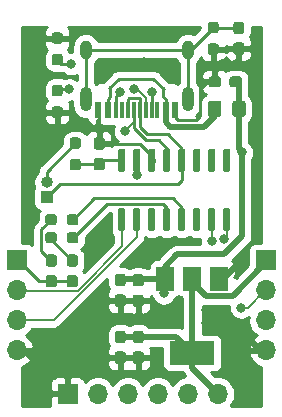
<source format=gbr>
%TF.GenerationSoftware,KiCad,Pcbnew,(5.1.9-0-10_14)*%
%TF.CreationDate,2021-02-02T14:33:23+08:00*%
%TF.ProjectId,WCH_Link,5743485f-4c69-46e6-9b2e-6b696361645f,rev?*%
%TF.SameCoordinates,Original*%
%TF.FileFunction,Copper,L1,Top*%
%TF.FilePolarity,Positive*%
%FSLAX46Y46*%
G04 Gerber Fmt 4.6, Leading zero omitted, Abs format (unit mm)*
G04 Created by KiCad (PCBNEW (5.1.9-0-10_14)) date 2021-02-02 14:33:23*
%MOMM*%
%LPD*%
G01*
G04 APERTURE LIST*
%TA.AperFunction,ComponentPad*%
%ADD10O,1.700000X1.700000*%
%TD*%
%TA.AperFunction,ComponentPad*%
%ADD11R,1.700000X1.700000*%
%TD*%
%TA.AperFunction,SMDPad,CuDef*%
%ADD12R,1.500000X2.000000*%
%TD*%
%TA.AperFunction,SMDPad,CuDef*%
%ADD13R,3.800000X2.000000*%
%TD*%
%TA.AperFunction,ComponentPad*%
%ADD14O,1.000000X1.000000*%
%TD*%
%TA.AperFunction,ComponentPad*%
%ADD15R,1.000000X1.000000*%
%TD*%
%TA.AperFunction,SMDPad,CuDef*%
%ADD16R,0.600000X1.450000*%
%TD*%
%TA.AperFunction,SMDPad,CuDef*%
%ADD17R,0.300000X1.450000*%
%TD*%
%TA.AperFunction,ComponentPad*%
%ADD18O,1.000000X2.100000*%
%TD*%
%TA.AperFunction,ComponentPad*%
%ADD19O,1.000000X1.600000*%
%TD*%
%TA.AperFunction,ViaPad*%
%ADD20C,0.800000*%
%TD*%
%TA.AperFunction,Conductor*%
%ADD21C,0.250000*%
%TD*%
%TA.AperFunction,Conductor*%
%ADD22C,0.508000*%
%TD*%
%TA.AperFunction,Conductor*%
%ADD23C,0.152400*%
%TD*%
%TA.AperFunction,Conductor*%
%ADD24C,0.254000*%
%TD*%
%TA.AperFunction,Conductor*%
%ADD25C,0.100000*%
%TD*%
G04 APERTURE END LIST*
D10*
%TO.P,REF\u002A\u002A,6*%
%TO.N,+3V3*%
X131699000Y-68834000D03*
%TO.P,REF\u002A\u002A,5*%
%TO.N,/RX*%
X129159000Y-68834000D03*
%TO.P,REF\u002A\u002A,4*%
%TO.N,/TX*%
X126619000Y-68834000D03*
%TO.P,REF\u002A\u002A,3*%
%TO.N,/T_SWDIO*%
X124079000Y-68834000D03*
%TO.P,REF\u002A\u002A,2*%
%TO.N,/T_SWCLK*%
X121539000Y-68834000D03*
D11*
%TO.P,REF\u002A\u002A,1*%
%TO.N,GND*%
X118999000Y-68834000D03*
%TD*%
%TO.P,REF\u002A\u002A,1*%
%TO.N,+5V*%
X114681000Y-57531000D03*
D10*
%TO.P,REF\u002A\u002A,2*%
%TO.N,/T_SWDIO*%
X114681000Y-60071000D03*
%TO.P,REF\u002A\u002A,3*%
%TO.N,/T_SWCLK*%
X114681000Y-62611000D03*
%TO.P,REF\u002A\u002A,4*%
%TO.N,GND*%
X114681000Y-65151000D03*
%TD*%
%TO.P,REF\u002A\u002A,4*%
%TO.N,GND*%
X135763000Y-65151000D03*
%TO.P,REF\u002A\u002A,3*%
%TO.N,/RX*%
X135763000Y-62611000D03*
%TO.P,REF\u002A\u002A,2*%
%TO.N,/TX*%
X135763000Y-60071000D03*
D11*
%TO.P,REF\u002A\u002A,1*%
%TO.N,+3V3*%
X135763000Y-57531000D03*
%TD*%
D12*
%TO.P,U2,1*%
%TO.N,GND*%
X131840000Y-59080000D03*
%TO.P,U2,3*%
%TO.N,+5V*%
X127240000Y-59080000D03*
%TO.P,U2,2*%
%TO.N,+3V3*%
X129540000Y-59080000D03*
D13*
X129540000Y-65380000D03*
%TD*%
%TO.P,U1,16*%
%TO.N,/V33*%
%TA.AperFunction,SMDPad,CuDef*%
G36*
G01*
X123721000Y-50062000D02*
X123421000Y-50062000D01*
G75*
G02*
X123271000Y-49912000I0J150000D01*
G01*
X123271000Y-48212000D01*
G75*
G02*
X123421000Y-48062000I150000J0D01*
G01*
X123721000Y-48062000D01*
G75*
G02*
X123871000Y-48212000I0J-150000D01*
G01*
X123871000Y-49912000D01*
G75*
G02*
X123721000Y-50062000I-150000J0D01*
G01*
G37*
%TD.AperFunction*%
%TO.P,U1,15*%
%TO.N,+5V*%
%TA.AperFunction,SMDPad,CuDef*%
G36*
G01*
X124991000Y-50062000D02*
X124691000Y-50062000D01*
G75*
G02*
X124541000Y-49912000I0J150000D01*
G01*
X124541000Y-48212000D01*
G75*
G02*
X124691000Y-48062000I150000J0D01*
G01*
X124991000Y-48062000D01*
G75*
G02*
X125141000Y-48212000I0J-150000D01*
G01*
X125141000Y-49912000D01*
G75*
G02*
X124991000Y-50062000I-150000J0D01*
G01*
G37*
%TD.AperFunction*%
%TO.P,U1,14*%
%TO.N,GND*%
%TA.AperFunction,SMDPad,CuDef*%
G36*
G01*
X126261000Y-50062000D02*
X125961000Y-50062000D01*
G75*
G02*
X125811000Y-49912000I0J150000D01*
G01*
X125811000Y-48212000D01*
G75*
G02*
X125961000Y-48062000I150000J0D01*
G01*
X126261000Y-48062000D01*
G75*
G02*
X126411000Y-48212000I0J-150000D01*
G01*
X126411000Y-49912000D01*
G75*
G02*
X126261000Y-50062000I-150000J0D01*
G01*
G37*
%TD.AperFunction*%
%TO.P,U1,13*%
%TO.N,/USB_N*%
%TA.AperFunction,SMDPad,CuDef*%
G36*
G01*
X127531000Y-50062000D02*
X127231000Y-50062000D01*
G75*
G02*
X127081000Y-49912000I0J150000D01*
G01*
X127081000Y-48212000D01*
G75*
G02*
X127231000Y-48062000I150000J0D01*
G01*
X127531000Y-48062000D01*
G75*
G02*
X127681000Y-48212000I0J-150000D01*
G01*
X127681000Y-49912000D01*
G75*
G02*
X127531000Y-50062000I-150000J0D01*
G01*
G37*
%TD.AperFunction*%
%TO.P,U1,12*%
%TO.N,/USB_P*%
%TA.AperFunction,SMDPad,CuDef*%
G36*
G01*
X128801000Y-50062000D02*
X128501000Y-50062000D01*
G75*
G02*
X128351000Y-49912000I0J150000D01*
G01*
X128351000Y-48212000D01*
G75*
G02*
X128501000Y-48062000I150000J0D01*
G01*
X128801000Y-48062000D01*
G75*
G02*
X128951000Y-48212000I0J-150000D01*
G01*
X128951000Y-49912000D01*
G75*
G02*
X128801000Y-50062000I-150000J0D01*
G01*
G37*
%TD.AperFunction*%
%TO.P,U1,11*%
%TO.N,N/C*%
%TA.AperFunction,SMDPad,CuDef*%
G36*
G01*
X130071000Y-50062000D02*
X129771000Y-50062000D01*
G75*
G02*
X129621000Y-49912000I0J150000D01*
G01*
X129621000Y-48212000D01*
G75*
G02*
X129771000Y-48062000I150000J0D01*
G01*
X130071000Y-48062000D01*
G75*
G02*
X130221000Y-48212000I0J-150000D01*
G01*
X130221000Y-49912000D01*
G75*
G02*
X130071000Y-50062000I-150000J0D01*
G01*
G37*
%TD.AperFunction*%
%TO.P,U1,10*%
%TA.AperFunction,SMDPad,CuDef*%
G36*
G01*
X131341000Y-50062000D02*
X131041000Y-50062000D01*
G75*
G02*
X130891000Y-49912000I0J150000D01*
G01*
X130891000Y-48212000D01*
G75*
G02*
X131041000Y-48062000I150000J0D01*
G01*
X131341000Y-48062000D01*
G75*
G02*
X131491000Y-48212000I0J-150000D01*
G01*
X131491000Y-49912000D01*
G75*
G02*
X131341000Y-50062000I-150000J0D01*
G01*
G37*
%TD.AperFunction*%
%TO.P,U1,9*%
%TA.AperFunction,SMDPad,CuDef*%
G36*
G01*
X132611000Y-50062000D02*
X132311000Y-50062000D01*
G75*
G02*
X132161000Y-49912000I0J150000D01*
G01*
X132161000Y-48212000D01*
G75*
G02*
X132311000Y-48062000I150000J0D01*
G01*
X132611000Y-48062000D01*
G75*
G02*
X132761000Y-48212000I0J-150000D01*
G01*
X132761000Y-49912000D01*
G75*
G02*
X132611000Y-50062000I-150000J0D01*
G01*
G37*
%TD.AperFunction*%
%TO.P,U1,8*%
%TO.N,/TX*%
%TA.AperFunction,SMDPad,CuDef*%
G36*
G01*
X132611000Y-55062000D02*
X132311000Y-55062000D01*
G75*
G02*
X132161000Y-54912000I0J150000D01*
G01*
X132161000Y-53212000D01*
G75*
G02*
X132311000Y-53062000I150000J0D01*
G01*
X132611000Y-53062000D01*
G75*
G02*
X132761000Y-53212000I0J-150000D01*
G01*
X132761000Y-54912000D01*
G75*
G02*
X132611000Y-55062000I-150000J0D01*
G01*
G37*
%TD.AperFunction*%
%TO.P,U1,7*%
%TO.N,/RX*%
%TA.AperFunction,SMDPad,CuDef*%
G36*
G01*
X131341000Y-55062000D02*
X131041000Y-55062000D01*
G75*
G02*
X130891000Y-54912000I0J150000D01*
G01*
X130891000Y-53212000D01*
G75*
G02*
X131041000Y-53062000I150000J0D01*
G01*
X131341000Y-53062000D01*
G75*
G02*
X131491000Y-53212000I0J-150000D01*
G01*
X131491000Y-54912000D01*
G75*
G02*
X131341000Y-55062000I-150000J0D01*
G01*
G37*
%TD.AperFunction*%
%TO.P,U1,6*%
%TO.N,N/C*%
%TA.AperFunction,SMDPad,CuDef*%
G36*
G01*
X130071000Y-55062000D02*
X129771000Y-55062000D01*
G75*
G02*
X129621000Y-54912000I0J150000D01*
G01*
X129621000Y-53212000D01*
G75*
G02*
X129771000Y-53062000I150000J0D01*
G01*
X130071000Y-53062000D01*
G75*
G02*
X130221000Y-53212000I0J-150000D01*
G01*
X130221000Y-54912000D01*
G75*
G02*
X130071000Y-55062000I-150000J0D01*
G01*
G37*
%TD.AperFunction*%
%TO.P,U1,5*%
%TO.N,/LED_CON*%
%TA.AperFunction,SMDPad,CuDef*%
G36*
G01*
X128801000Y-55062000D02*
X128501000Y-55062000D01*
G75*
G02*
X128351000Y-54912000I0J150000D01*
G01*
X128351000Y-53212000D01*
G75*
G02*
X128501000Y-53062000I150000J0D01*
G01*
X128801000Y-53062000D01*
G75*
G02*
X128951000Y-53212000I0J-150000D01*
G01*
X128951000Y-54912000D01*
G75*
G02*
X128801000Y-55062000I-150000J0D01*
G01*
G37*
%TD.AperFunction*%
%TO.P,U1,4*%
%TO.N,/LED_RUN*%
%TA.AperFunction,SMDPad,CuDef*%
G36*
G01*
X127531000Y-55062000D02*
X127231000Y-55062000D01*
G75*
G02*
X127081000Y-54912000I0J150000D01*
G01*
X127081000Y-53212000D01*
G75*
G02*
X127231000Y-53062000I150000J0D01*
G01*
X127531000Y-53062000D01*
G75*
G02*
X127681000Y-53212000I0J-150000D01*
G01*
X127681000Y-54912000D01*
G75*
G02*
X127531000Y-55062000I-150000J0D01*
G01*
G37*
%TD.AperFunction*%
%TO.P,U1,3*%
%TO.N,N/C*%
%TA.AperFunction,SMDPad,CuDef*%
G36*
G01*
X126261000Y-55062000D02*
X125961000Y-55062000D01*
G75*
G02*
X125811000Y-54912000I0J150000D01*
G01*
X125811000Y-53212000D01*
G75*
G02*
X125961000Y-53062000I150000J0D01*
G01*
X126261000Y-53062000D01*
G75*
G02*
X126411000Y-53212000I0J-150000D01*
G01*
X126411000Y-54912000D01*
G75*
G02*
X126261000Y-55062000I-150000J0D01*
G01*
G37*
%TD.AperFunction*%
%TO.P,U1,2*%
%TO.N,/T_SWCLK*%
%TA.AperFunction,SMDPad,CuDef*%
G36*
G01*
X124991000Y-55062000D02*
X124691000Y-55062000D01*
G75*
G02*
X124541000Y-54912000I0J150000D01*
G01*
X124541000Y-53212000D01*
G75*
G02*
X124691000Y-53062000I150000J0D01*
G01*
X124991000Y-53062000D01*
G75*
G02*
X125141000Y-53212000I0J-150000D01*
G01*
X125141000Y-54912000D01*
G75*
G02*
X124991000Y-55062000I-150000J0D01*
G01*
G37*
%TD.AperFunction*%
%TO.P,U1,1*%
%TO.N,/T_SWDIO*%
%TA.AperFunction,SMDPad,CuDef*%
G36*
G01*
X123721000Y-55062000D02*
X123421000Y-55062000D01*
G75*
G02*
X123271000Y-54912000I0J150000D01*
G01*
X123271000Y-53212000D01*
G75*
G02*
X123421000Y-53062000I150000J0D01*
G01*
X123721000Y-53062000D01*
G75*
G02*
X123871000Y-53212000I0J-150000D01*
G01*
X123871000Y-54912000D01*
G75*
G02*
X123721000Y-55062000I-150000J0D01*
G01*
G37*
%TD.AperFunction*%
%TD*%
%TO.P,R6,2*%
%TO.N,/LED_CON*%
%TA.AperFunction,SMDPad,CuDef*%
G36*
G01*
X118916000Y-54339500D02*
X118916000Y-53864500D01*
G75*
G02*
X119153500Y-53627000I237500J0D01*
G01*
X119653500Y-53627000D01*
G75*
G02*
X119891000Y-53864500I0J-237500D01*
G01*
X119891000Y-54339500D01*
G75*
G02*
X119653500Y-54577000I-237500J0D01*
G01*
X119153500Y-54577000D01*
G75*
G02*
X118916000Y-54339500I0J237500D01*
G01*
G37*
%TD.AperFunction*%
%TO.P,R6,1*%
%TO.N,Net-(D2-Pad1)*%
%TA.AperFunction,SMDPad,CuDef*%
G36*
G01*
X117091000Y-54339500D02*
X117091000Y-53864500D01*
G75*
G02*
X117328500Y-53627000I237500J0D01*
G01*
X117828500Y-53627000D01*
G75*
G02*
X118066000Y-53864500I0J-237500D01*
G01*
X118066000Y-54339500D01*
G75*
G02*
X117828500Y-54577000I-237500J0D01*
G01*
X117328500Y-54577000D01*
G75*
G02*
X117091000Y-54339500I0J237500D01*
G01*
G37*
%TD.AperFunction*%
%TD*%
%TO.P,R5,2*%
%TO.N,/LED_RUN*%
%TA.AperFunction,SMDPad,CuDef*%
G36*
G01*
X118916000Y-55863500D02*
X118916000Y-55388500D01*
G75*
G02*
X119153500Y-55151000I237500J0D01*
G01*
X119653500Y-55151000D01*
G75*
G02*
X119891000Y-55388500I0J-237500D01*
G01*
X119891000Y-55863500D01*
G75*
G02*
X119653500Y-56101000I-237500J0D01*
G01*
X119153500Y-56101000D01*
G75*
G02*
X118916000Y-55863500I0J237500D01*
G01*
G37*
%TD.AperFunction*%
%TO.P,R5,1*%
%TO.N,Net-(D1-Pad1)*%
%TA.AperFunction,SMDPad,CuDef*%
G36*
G01*
X117091000Y-55863500D02*
X117091000Y-55388500D01*
G75*
G02*
X117328500Y-55151000I237500J0D01*
G01*
X117828500Y-55151000D01*
G75*
G02*
X118066000Y-55388500I0J-237500D01*
G01*
X118066000Y-55863500D01*
G75*
G02*
X117828500Y-56101000I-237500J0D01*
G01*
X117328500Y-56101000D01*
G75*
G02*
X117091000Y-55863500I0J237500D01*
G01*
G37*
%TD.AperFunction*%
%TD*%
%TO.P,R4,2*%
%TO.N,Net-(J1-PadB5)*%
%TA.AperFunction,SMDPad,CuDef*%
G36*
G01*
X118347500Y-43644000D02*
X117872500Y-43644000D01*
G75*
G02*
X117635000Y-43406500I0J237500D01*
G01*
X117635000Y-42906500D01*
G75*
G02*
X117872500Y-42669000I237500J0D01*
G01*
X118347500Y-42669000D01*
G75*
G02*
X118585000Y-42906500I0J-237500D01*
G01*
X118585000Y-43406500D01*
G75*
G02*
X118347500Y-43644000I-237500J0D01*
G01*
G37*
%TD.AperFunction*%
%TO.P,R4,1*%
%TO.N,GND*%
%TA.AperFunction,SMDPad,CuDef*%
G36*
G01*
X118347500Y-45469000D02*
X117872500Y-45469000D01*
G75*
G02*
X117635000Y-45231500I0J237500D01*
G01*
X117635000Y-44731500D01*
G75*
G02*
X117872500Y-44494000I237500J0D01*
G01*
X118347500Y-44494000D01*
G75*
G02*
X118585000Y-44731500I0J-237500D01*
G01*
X118585000Y-45231500D01*
G75*
G02*
X118347500Y-45469000I-237500J0D01*
G01*
G37*
%TD.AperFunction*%
%TD*%
%TO.P,R3,2*%
%TO.N,Net-(J1-PadA5)*%
%TA.AperFunction,SMDPad,CuDef*%
G36*
G01*
X117872500Y-40049000D02*
X118347500Y-40049000D01*
G75*
G02*
X118585000Y-40286500I0J-237500D01*
G01*
X118585000Y-40786500D01*
G75*
G02*
X118347500Y-41024000I-237500J0D01*
G01*
X117872500Y-41024000D01*
G75*
G02*
X117635000Y-40786500I0J237500D01*
G01*
X117635000Y-40286500D01*
G75*
G02*
X117872500Y-40049000I237500J0D01*
G01*
G37*
%TD.AperFunction*%
%TO.P,R3,1*%
%TO.N,GND*%
%TA.AperFunction,SMDPad,CuDef*%
G36*
G01*
X117872500Y-38224000D02*
X118347500Y-38224000D01*
G75*
G02*
X118585000Y-38461500I0J-237500D01*
G01*
X118585000Y-38961500D01*
G75*
G02*
X118347500Y-39199000I-237500J0D01*
G01*
X117872500Y-39199000D01*
G75*
G02*
X117635000Y-38961500I0J237500D01*
G01*
X117635000Y-38461500D01*
G75*
G02*
X117872500Y-38224000I237500J0D01*
G01*
G37*
%TD.AperFunction*%
%TD*%
%TO.P,R2,2*%
%TO.N,GND*%
%TA.AperFunction,SMDPad,CuDef*%
G36*
G01*
X131080500Y-39160000D02*
X131555500Y-39160000D01*
G75*
G02*
X131793000Y-39397500I0J-237500D01*
G01*
X131793000Y-39897500D01*
G75*
G02*
X131555500Y-40135000I-237500J0D01*
G01*
X131080500Y-40135000D01*
G75*
G02*
X130843000Y-39897500I0J237500D01*
G01*
X130843000Y-39397500D01*
G75*
G02*
X131080500Y-39160000I237500J0D01*
G01*
G37*
%TD.AperFunction*%
%TO.P,R2,1*%
%TO.N,Net-(C1-Pad1)*%
%TA.AperFunction,SMDPad,CuDef*%
G36*
G01*
X131080500Y-37335000D02*
X131555500Y-37335000D01*
G75*
G02*
X131793000Y-37572500I0J-237500D01*
G01*
X131793000Y-38072500D01*
G75*
G02*
X131555500Y-38310000I-237500J0D01*
G01*
X131080500Y-38310000D01*
G75*
G02*
X130843000Y-38072500I0J237500D01*
G01*
X130843000Y-37572500D01*
G75*
G02*
X131080500Y-37335000I237500J0D01*
G01*
G37*
%TD.AperFunction*%
%TD*%
%TO.P,R1,2*%
%TO.N,/V33*%
%TA.AperFunction,SMDPad,CuDef*%
G36*
G01*
X119396500Y-48939000D02*
X119871500Y-48939000D01*
G75*
G02*
X120109000Y-49176500I0J-237500D01*
G01*
X120109000Y-49676500D01*
G75*
G02*
X119871500Y-49914000I-237500J0D01*
G01*
X119396500Y-49914000D01*
G75*
G02*
X119159000Y-49676500I0J237500D01*
G01*
X119159000Y-49176500D01*
G75*
G02*
X119396500Y-48939000I237500J0D01*
G01*
G37*
%TD.AperFunction*%
%TO.P,R1,1*%
%TO.N,Net-(J2-Pad2)*%
%TA.AperFunction,SMDPad,CuDef*%
G36*
G01*
X119396500Y-47114000D02*
X119871500Y-47114000D01*
G75*
G02*
X120109000Y-47351500I0J-237500D01*
G01*
X120109000Y-47851500D01*
G75*
G02*
X119871500Y-48089000I-237500J0D01*
G01*
X119396500Y-48089000D01*
G75*
G02*
X119159000Y-47851500I0J237500D01*
G01*
X119159000Y-47351500D01*
G75*
G02*
X119396500Y-47114000I237500J0D01*
G01*
G37*
%TD.AperFunction*%
%TD*%
D14*
%TO.P,J2,2*%
%TO.N,Net-(J2-Pad2)*%
X117221000Y-50927000D03*
D15*
%TO.P,J2,1*%
%TO.N,/USB_P*%
X117221000Y-52197000D03*
%TD*%
D16*
%TO.P,J1,B1*%
%TO.N,GND*%
X121591000Y-44812000D03*
%TO.P,J1,A9*%
%TO.N,Net-(F1-Pad2)*%
X122391000Y-44812000D03*
%TO.P,J1,B9*%
X127291000Y-44812000D03*
%TO.P,J1,B12*%
%TO.N,GND*%
X128091000Y-44812000D03*
%TO.P,J1,A1*%
X128091000Y-44812000D03*
%TO.P,J1,A4*%
%TO.N,Net-(F1-Pad2)*%
X127291000Y-44812000D03*
%TO.P,J1,B4*%
X122391000Y-44812000D03*
%TO.P,J1,A12*%
%TO.N,GND*%
X121591000Y-44812000D03*
D17*
%TO.P,J1,B8*%
%TO.N,N/C*%
X126591000Y-44812000D03*
%TO.P,J1,A5*%
%TO.N,Net-(J1-PadA5)*%
X126091000Y-44812000D03*
%TO.P,J1,B7*%
%TO.N,/USB_N*%
X125591000Y-44812000D03*
%TO.P,J1,A7*%
X124591000Y-44812000D03*
%TO.P,J1,B6*%
%TO.N,/USB_P*%
X124091000Y-44812000D03*
%TO.P,J1,A8*%
%TO.N,N/C*%
X123591000Y-44812000D03*
%TO.P,J1,B5*%
%TO.N,Net-(J1-PadB5)*%
X123091000Y-44812000D03*
%TO.P,J1,A6*%
%TO.N,/USB_P*%
X125091000Y-44812000D03*
D18*
%TO.P,J1,S1*%
%TO.N,Net-(C1-Pad1)*%
X120521000Y-43897000D03*
X129161000Y-43897000D03*
D19*
X129161000Y-39717000D03*
X120521000Y-39717000D03*
%TD*%
%TO.P,F1,2*%
%TO.N,Net-(F1-Pad2)*%
%TA.AperFunction,SMDPad,CuDef*%
G36*
G01*
X132011000Y-44253999D02*
X132011000Y-45154001D01*
G75*
G02*
X131761001Y-45404000I-249999J0D01*
G01*
X131110999Y-45404000D01*
G75*
G02*
X130861000Y-45154001I0J249999D01*
G01*
X130861000Y-44253999D01*
G75*
G02*
X131110999Y-44004000I249999J0D01*
G01*
X131761001Y-44004000D01*
G75*
G02*
X132011000Y-44253999I0J-249999D01*
G01*
G37*
%TD.AperFunction*%
%TO.P,F1,1*%
%TO.N,+5V*%
%TA.AperFunction,SMDPad,CuDef*%
G36*
G01*
X134061000Y-44253999D02*
X134061000Y-45154001D01*
G75*
G02*
X133811001Y-45404000I-249999J0D01*
G01*
X133160999Y-45404000D01*
G75*
G02*
X132911000Y-45154001I0J249999D01*
G01*
X132911000Y-44253999D01*
G75*
G02*
X133160999Y-44004000I249999J0D01*
G01*
X133811001Y-44004000D01*
G75*
G02*
X134061000Y-44253999I0J-249999D01*
G01*
G37*
%TD.AperFunction*%
%TD*%
%TO.P,D2,2*%
%TO.N,+5V*%
%TA.AperFunction,SMDPad,CuDef*%
G36*
G01*
X117364500Y-58770000D02*
X117839500Y-58770000D01*
G75*
G02*
X118077000Y-59007500I0J-237500D01*
G01*
X118077000Y-59582500D01*
G75*
G02*
X117839500Y-59820000I-237500J0D01*
G01*
X117364500Y-59820000D01*
G75*
G02*
X117127000Y-59582500I0J237500D01*
G01*
X117127000Y-59007500D01*
G75*
G02*
X117364500Y-58770000I237500J0D01*
G01*
G37*
%TD.AperFunction*%
%TO.P,D2,1*%
%TO.N,Net-(D2-Pad1)*%
%TA.AperFunction,SMDPad,CuDef*%
G36*
G01*
X117364500Y-57020000D02*
X117839500Y-57020000D01*
G75*
G02*
X118077000Y-57257500I0J-237500D01*
G01*
X118077000Y-57832500D01*
G75*
G02*
X117839500Y-58070000I-237500J0D01*
G01*
X117364500Y-58070000D01*
G75*
G02*
X117127000Y-57832500I0J237500D01*
G01*
X117127000Y-57257500D01*
G75*
G02*
X117364500Y-57020000I237500J0D01*
G01*
G37*
%TD.AperFunction*%
%TD*%
%TO.P,D1,2*%
%TO.N,+5V*%
%TA.AperFunction,SMDPad,CuDef*%
G36*
G01*
X119142500Y-58770000D02*
X119617500Y-58770000D01*
G75*
G02*
X119855000Y-59007500I0J-237500D01*
G01*
X119855000Y-59582500D01*
G75*
G02*
X119617500Y-59820000I-237500J0D01*
G01*
X119142500Y-59820000D01*
G75*
G02*
X118905000Y-59582500I0J237500D01*
G01*
X118905000Y-59007500D01*
G75*
G02*
X119142500Y-58770000I237500J0D01*
G01*
G37*
%TD.AperFunction*%
%TO.P,D1,1*%
%TO.N,Net-(D1-Pad1)*%
%TA.AperFunction,SMDPad,CuDef*%
G36*
G01*
X119142500Y-57020000D02*
X119617500Y-57020000D01*
G75*
G02*
X119855000Y-57257500I0J-237500D01*
G01*
X119855000Y-57832500D01*
G75*
G02*
X119617500Y-58070000I-237500J0D01*
G01*
X119142500Y-58070000D01*
G75*
G02*
X118905000Y-57832500I0J237500D01*
G01*
X118905000Y-57257500D01*
G75*
G02*
X119142500Y-57020000I237500J0D01*
G01*
G37*
%TD.AperFunction*%
%TD*%
%TO.P,C7,2*%
%TO.N,GND*%
%TA.AperFunction,SMDPad,CuDef*%
G36*
G01*
X123206500Y-65247000D02*
X123681500Y-65247000D01*
G75*
G02*
X123919000Y-65484500I0J-237500D01*
G01*
X123919000Y-66059500D01*
G75*
G02*
X123681500Y-66297000I-237500J0D01*
G01*
X123206500Y-66297000D01*
G75*
G02*
X122969000Y-66059500I0J237500D01*
G01*
X122969000Y-65484500D01*
G75*
G02*
X123206500Y-65247000I237500J0D01*
G01*
G37*
%TD.AperFunction*%
%TO.P,C7,1*%
%TO.N,+3V3*%
%TA.AperFunction,SMDPad,CuDef*%
G36*
G01*
X123206500Y-63497000D02*
X123681500Y-63497000D01*
G75*
G02*
X123919000Y-63734500I0J-237500D01*
G01*
X123919000Y-64309500D01*
G75*
G02*
X123681500Y-64547000I-237500J0D01*
G01*
X123206500Y-64547000D01*
G75*
G02*
X122969000Y-64309500I0J237500D01*
G01*
X122969000Y-63734500D01*
G75*
G02*
X123206500Y-63497000I237500J0D01*
G01*
G37*
%TD.AperFunction*%
%TD*%
%TO.P,C6,2*%
%TO.N,GND*%
%TA.AperFunction,SMDPad,CuDef*%
G36*
G01*
X124730500Y-65247000D02*
X125205500Y-65247000D01*
G75*
G02*
X125443000Y-65484500I0J-237500D01*
G01*
X125443000Y-66059500D01*
G75*
G02*
X125205500Y-66297000I-237500J0D01*
G01*
X124730500Y-66297000D01*
G75*
G02*
X124493000Y-66059500I0J237500D01*
G01*
X124493000Y-65484500D01*
G75*
G02*
X124730500Y-65247000I237500J0D01*
G01*
G37*
%TD.AperFunction*%
%TO.P,C6,1*%
%TO.N,+3V3*%
%TA.AperFunction,SMDPad,CuDef*%
G36*
G01*
X124730500Y-63497000D02*
X125205500Y-63497000D01*
G75*
G02*
X125443000Y-63734500I0J-237500D01*
G01*
X125443000Y-64309500D01*
G75*
G02*
X125205500Y-64547000I-237500J0D01*
G01*
X124730500Y-64547000D01*
G75*
G02*
X124493000Y-64309500I0J237500D01*
G01*
X124493000Y-63734500D01*
G75*
G02*
X124730500Y-63497000I237500J0D01*
G01*
G37*
%TD.AperFunction*%
%TD*%
%TO.P,C5,2*%
%TO.N,GND*%
%TA.AperFunction,SMDPad,CuDef*%
G36*
G01*
X121903500Y-48164000D02*
X121428500Y-48164000D01*
G75*
G02*
X121191000Y-47926500I0J237500D01*
G01*
X121191000Y-47351500D01*
G75*
G02*
X121428500Y-47114000I237500J0D01*
G01*
X121903500Y-47114000D01*
G75*
G02*
X122141000Y-47351500I0J-237500D01*
G01*
X122141000Y-47926500D01*
G75*
G02*
X121903500Y-48164000I-237500J0D01*
G01*
G37*
%TD.AperFunction*%
%TO.P,C5,1*%
%TO.N,/V33*%
%TA.AperFunction,SMDPad,CuDef*%
G36*
G01*
X121903500Y-49914000D02*
X121428500Y-49914000D01*
G75*
G02*
X121191000Y-49676500I0J237500D01*
G01*
X121191000Y-49101500D01*
G75*
G02*
X121428500Y-48864000I237500J0D01*
G01*
X121903500Y-48864000D01*
G75*
G02*
X122141000Y-49101500I0J-237500D01*
G01*
X122141000Y-49676500D01*
G75*
G02*
X121903500Y-49914000I-237500J0D01*
G01*
G37*
%TD.AperFunction*%
%TD*%
%TO.P,C4,2*%
%TO.N,GND*%
%TA.AperFunction,SMDPad,CuDef*%
G36*
G01*
X131984000Y-42180500D02*
X131984000Y-42655500D01*
G75*
G02*
X131746500Y-42893000I-237500J0D01*
G01*
X131171500Y-42893000D01*
G75*
G02*
X130934000Y-42655500I0J237500D01*
G01*
X130934000Y-42180500D01*
G75*
G02*
X131171500Y-41943000I237500J0D01*
G01*
X131746500Y-41943000D01*
G75*
G02*
X131984000Y-42180500I0J-237500D01*
G01*
G37*
%TD.AperFunction*%
%TO.P,C4,1*%
%TO.N,+5V*%
%TA.AperFunction,SMDPad,CuDef*%
G36*
G01*
X133734000Y-42180500D02*
X133734000Y-42655500D01*
G75*
G02*
X133496500Y-42893000I-237500J0D01*
G01*
X132921500Y-42893000D01*
G75*
G02*
X132684000Y-42655500I0J237500D01*
G01*
X132684000Y-42180500D01*
G75*
G02*
X132921500Y-41943000I237500J0D01*
G01*
X133496500Y-41943000D01*
G75*
G02*
X133734000Y-42180500I0J-237500D01*
G01*
G37*
%TD.AperFunction*%
%TD*%
%TO.P,C3,2*%
%TO.N,GND*%
%TA.AperFunction,SMDPad,CuDef*%
G36*
G01*
X124730500Y-60435000D02*
X125205500Y-60435000D01*
G75*
G02*
X125443000Y-60672500I0J-237500D01*
G01*
X125443000Y-61247500D01*
G75*
G02*
X125205500Y-61485000I-237500J0D01*
G01*
X124730500Y-61485000D01*
G75*
G02*
X124493000Y-61247500I0J237500D01*
G01*
X124493000Y-60672500D01*
G75*
G02*
X124730500Y-60435000I237500J0D01*
G01*
G37*
%TD.AperFunction*%
%TO.P,C3,1*%
%TO.N,+5V*%
%TA.AperFunction,SMDPad,CuDef*%
G36*
G01*
X124730500Y-58685000D02*
X125205500Y-58685000D01*
G75*
G02*
X125443000Y-58922500I0J-237500D01*
G01*
X125443000Y-59497500D01*
G75*
G02*
X125205500Y-59735000I-237500J0D01*
G01*
X124730500Y-59735000D01*
G75*
G02*
X124493000Y-59497500I0J237500D01*
G01*
X124493000Y-58922500D01*
G75*
G02*
X124730500Y-58685000I237500J0D01*
G01*
G37*
%TD.AperFunction*%
%TD*%
%TO.P,C2,2*%
%TO.N,GND*%
%TA.AperFunction,SMDPad,CuDef*%
G36*
G01*
X123206500Y-60421000D02*
X123681500Y-60421000D01*
G75*
G02*
X123919000Y-60658500I0J-237500D01*
G01*
X123919000Y-61233500D01*
G75*
G02*
X123681500Y-61471000I-237500J0D01*
G01*
X123206500Y-61471000D01*
G75*
G02*
X122969000Y-61233500I0J237500D01*
G01*
X122969000Y-60658500D01*
G75*
G02*
X123206500Y-60421000I237500J0D01*
G01*
G37*
%TD.AperFunction*%
%TO.P,C2,1*%
%TO.N,+5V*%
%TA.AperFunction,SMDPad,CuDef*%
G36*
G01*
X123206500Y-58671000D02*
X123681500Y-58671000D01*
G75*
G02*
X123919000Y-58908500I0J-237500D01*
G01*
X123919000Y-59483500D01*
G75*
G02*
X123681500Y-59721000I-237500J0D01*
G01*
X123206500Y-59721000D01*
G75*
G02*
X122969000Y-59483500I0J237500D01*
G01*
X122969000Y-58908500D01*
G75*
G02*
X123206500Y-58671000I237500J0D01*
G01*
G37*
%TD.AperFunction*%
%TD*%
%TO.P,C1,2*%
%TO.N,GND*%
%TA.AperFunction,SMDPad,CuDef*%
G36*
G01*
X133239500Y-39085000D02*
X133714500Y-39085000D01*
G75*
G02*
X133952000Y-39322500I0J-237500D01*
G01*
X133952000Y-39897500D01*
G75*
G02*
X133714500Y-40135000I-237500J0D01*
G01*
X133239500Y-40135000D01*
G75*
G02*
X133002000Y-39897500I0J237500D01*
G01*
X133002000Y-39322500D01*
G75*
G02*
X133239500Y-39085000I237500J0D01*
G01*
G37*
%TD.AperFunction*%
%TO.P,C1,1*%
%TO.N,Net-(C1-Pad1)*%
%TA.AperFunction,SMDPad,CuDef*%
G36*
G01*
X133239500Y-37335000D02*
X133714500Y-37335000D01*
G75*
G02*
X133952000Y-37572500I0J-237500D01*
G01*
X133952000Y-38147500D01*
G75*
G02*
X133714500Y-38385000I-237500J0D01*
G01*
X133239500Y-38385000D01*
G75*
G02*
X133002000Y-38147500I0J237500D01*
G01*
X133002000Y-37572500D01*
G75*
G02*
X133239500Y-37335000I237500J0D01*
G01*
G37*
%TD.AperFunction*%
%TD*%
D20*
%TO.N,GND*%
X121412000Y-63373000D03*
X121412000Y-61976000D03*
X120142000Y-62357000D03*
X124841000Y-57277000D03*
X121539000Y-56007000D03*
X125476000Y-40767000D03*
X130683000Y-61722000D03*
X130683000Y-62865000D03*
X131826000Y-61722000D03*
X133985000Y-67564000D03*
X133985000Y-68453000D03*
X133985000Y-69342000D03*
X132080000Y-40894000D03*
X133223000Y-40894000D03*
X134366000Y-40894000D03*
X124460000Y-38227000D03*
X125476000Y-38227000D03*
X126492000Y-38227000D03*
X116205000Y-67945000D03*
X117094000Y-66929000D03*
%TO.N,+5V*%
X124841000Y-50292000D03*
X133731000Y-48387000D03*
X127127000Y-60325000D03*
%TO.N,Net-(J1-PadA5)*%
X126111000Y-43307000D03*
X119253000Y-40894000D03*
%TO.N,/USB_N*%
X124587000Y-43036999D03*
X123825000Y-46609000D03*
%TO.N,Net-(J1-PadB5)*%
X123444000Y-43307000D03*
X119126000Y-43053000D03*
%TO.N,/TX*%
X132207000Y-55753000D03*
%TO.N,/RX*%
X131191000Y-55880000D03*
%TO.N,/TX*%
X133673749Y-61525251D03*
%TD*%
D21*
%TO.N,GND*%
X130175000Y-45339000D02*
X130175000Y-43053000D01*
X129865010Y-45648990D02*
X130175000Y-45339000D01*
X128325990Y-45648990D02*
X129865010Y-45648990D01*
X130810000Y-42418000D02*
X131459000Y-42418000D01*
X128091000Y-45414000D02*
X128325990Y-45648990D01*
X130175000Y-43053000D02*
X130810000Y-42418000D01*
X128091000Y-44812000D02*
X128091000Y-45414000D01*
X125089768Y-47639000D02*
X121666000Y-47639000D01*
X126111000Y-48660232D02*
X125089768Y-47639000D01*
X126111000Y-49062000D02*
X126111000Y-48660232D01*
X121666000Y-44887000D02*
X121591000Y-44812000D01*
X121666000Y-47639000D02*
X121666000Y-44887000D01*
D22*
X131840000Y-59080000D02*
X132182000Y-59080000D01*
X132182000Y-59080000D02*
X133731000Y-57531000D01*
X115316000Y-65151000D02*
X114906010Y-65151000D01*
X117094000Y-66929000D02*
X115316000Y-65151000D01*
X135255000Y-65151000D02*
X135537990Y-65151000D01*
X131826000Y-61722000D02*
X135255000Y-65151000D01*
D21*
%TO.N,Net-(C1-Pad1)*%
X120521000Y-43897000D02*
X120521000Y-39717000D01*
X120521000Y-39717000D02*
X129161000Y-39717000D01*
X129161000Y-43897000D02*
X129161000Y-39717000D01*
X129423500Y-39717000D02*
X131318000Y-37822500D01*
X129161000Y-39717000D02*
X129423500Y-39717000D01*
X133439500Y-37822500D02*
X133477000Y-37860000D01*
X131318000Y-37822500D02*
X133439500Y-37822500D01*
D22*
%TO.N,+5V*%
X133486000Y-42695000D02*
X133209000Y-42418000D01*
X133486000Y-44704000D02*
X133486000Y-42695000D01*
X127240000Y-58053000D02*
X127240000Y-59080000D01*
X128270000Y-57023000D02*
X127240000Y-58053000D01*
X133731000Y-55499000D02*
X132207000Y-57023000D01*
X132207000Y-57023000D02*
X128270000Y-57023000D01*
D21*
X124841000Y-49062000D02*
X124841000Y-50292000D01*
D22*
X133731000Y-48387000D02*
X133731000Y-55499000D01*
X133486000Y-48142000D02*
X133731000Y-48387000D01*
X133486000Y-44704000D02*
X133486000Y-48142000D01*
X123560000Y-59080000D02*
X123444000Y-59196000D01*
X127240000Y-59080000D02*
X123560000Y-59080000D01*
X127240000Y-60212000D02*
X127127000Y-60325000D01*
X127240000Y-59080000D02*
X127240000Y-60212000D01*
D21*
X119380000Y-59295000D02*
X117602000Y-59295000D01*
X116541010Y-59295000D02*
X114777010Y-57531000D01*
X117602000Y-59295000D02*
X116541010Y-59295000D01*
%TO.N,/V33*%
X121993000Y-49062000D02*
X121666000Y-49389000D01*
X123571000Y-49062000D02*
X121993000Y-49062000D01*
X119671500Y-49389000D02*
X119634000Y-49426500D01*
X121666000Y-49389000D02*
X119671500Y-49389000D01*
D22*
%TO.N,+3V3*%
X132953201Y-60534001D02*
X135537990Y-57949212D01*
X130726799Y-60534001D02*
X132953201Y-60534001D01*
X135537990Y-57949212D02*
X135537990Y-57531000D01*
X129540000Y-59347202D02*
X130726799Y-60534001D01*
X129540000Y-59080000D02*
X129540000Y-59347202D01*
X129540000Y-59080000D02*
X129540000Y-65380000D01*
X128182000Y-64022000D02*
X123444000Y-64022000D01*
X129540000Y-65380000D02*
X128182000Y-64022000D01*
X129540000Y-66675000D02*
X131699000Y-68834000D01*
X129540000Y-65380000D02*
X129540000Y-66675000D01*
D21*
%TO.N,Net-(D1-Pad1)*%
X117578500Y-55743500D02*
X119380000Y-57545000D01*
X117578500Y-55626000D02*
X117578500Y-55743500D01*
%TO.N,Net-(D2-Pad1)*%
X116765990Y-56708990D02*
X117602000Y-57545000D01*
X116765990Y-54914510D02*
X116765990Y-56708990D01*
X117578500Y-54102000D02*
X116765990Y-54914510D01*
%TO.N,Net-(F1-Pad2)*%
X127291000Y-43889002D02*
X127291000Y-44812000D01*
X127080999Y-43679001D02*
X127291000Y-43889002D01*
X127104999Y-43030999D02*
X127080999Y-43054999D01*
X123317000Y-42164000D02*
X126238000Y-42164000D01*
X127080999Y-43054999D02*
X127080999Y-43679001D01*
X122391000Y-44812000D02*
X122391000Y-43889002D01*
X122513501Y-42967499D02*
X123317000Y-42164000D01*
X122601001Y-43679001D02*
X122601001Y-43054999D01*
X122391000Y-43889002D02*
X122601001Y-43679001D01*
X126238000Y-42164000D02*
X127104999Y-43030999D01*
X122601001Y-43054999D02*
X122513501Y-42967499D01*
D22*
X130556000Y-46228000D02*
X131436000Y-45348000D01*
X127664798Y-46228000D02*
X130556000Y-46228000D01*
X127291000Y-45854202D02*
X127664798Y-46228000D01*
X131436000Y-45348000D02*
X131436000Y-44704000D01*
X127291000Y-44812000D02*
X127291000Y-45854202D01*
D21*
%TO.N,Net-(J1-PadA5)*%
X126091000Y-43327000D02*
X126111000Y-43307000D01*
X126091000Y-44812000D02*
X126091000Y-43327000D01*
X118467500Y-40894000D02*
X118110000Y-40536500D01*
X119253000Y-40894000D02*
X118467500Y-40894000D01*
%TO.N,/USB_N*%
X126690000Y-47371000D02*
X127381000Y-48062000D01*
X125618275Y-47371000D02*
X126690000Y-47371000D01*
X124591000Y-44812000D02*
X124591000Y-46343725D01*
X124591000Y-46343725D02*
X125618275Y-47371000D01*
X127381000Y-48062000D02*
X127381000Y-49062000D01*
D23*
X124884395Y-43036999D02*
X124587000Y-43036999D01*
X125591000Y-43743604D02*
X124884395Y-43036999D01*
X125591000Y-44812000D02*
X125591000Y-43743604D01*
X124591000Y-45843000D02*
X124591000Y-44812000D01*
X123825000Y-46609000D02*
X124591000Y-45843000D01*
D21*
%TO.N,/USB_P*%
X128651000Y-50703384D02*
X128651000Y-49062000D01*
X128300384Y-51054000D02*
X128651000Y-50703384D01*
X118364000Y-51054000D02*
X128300384Y-51054000D01*
X117221000Y-52197000D02*
X118364000Y-51054000D01*
X124091000Y-44812000D02*
X124091000Y-43837000D01*
X125041999Y-43761999D02*
X125091000Y-43811000D01*
X124091000Y-43837000D02*
X124166001Y-43761999D01*
X125091000Y-43811000D02*
X125091000Y-44812000D01*
X124166001Y-43761999D02*
X125041999Y-43761999D01*
X125091000Y-46207314D02*
X125746686Y-46863000D01*
X125746686Y-46863000D02*
X127452000Y-46863000D01*
X128651000Y-48062000D02*
X128651000Y-49062000D01*
X125091000Y-44812000D02*
X125091000Y-46207314D01*
X127452000Y-46863000D02*
X128651000Y-48062000D01*
%TO.N,Net-(J1-PadB5)*%
X123091000Y-43660000D02*
X123444000Y-43307000D01*
X123091000Y-44812000D02*
X123091000Y-43660000D01*
X118213500Y-43053000D02*
X118110000Y-43156500D01*
X119126000Y-43053000D02*
X118213500Y-43053000D01*
%TO.N,Net-(J2-Pad2)*%
X117221000Y-50014500D02*
X117221000Y-50927000D01*
X119634000Y-47601500D02*
X117221000Y-50014500D01*
%TO.N,/LED_RUN*%
X122292510Y-52736990D02*
X119403500Y-55626000D01*
X127055990Y-52736990D02*
X122292510Y-52736990D01*
X127381000Y-53062000D02*
X127055990Y-52736990D01*
X127381000Y-54062000D02*
X127381000Y-53062000D01*
%TO.N,/LED_CON*%
X121218519Y-52286981D02*
X119403500Y-54102000D01*
X127875981Y-52286981D02*
X121218519Y-52286981D01*
X128651000Y-53062000D02*
X127875981Y-52286981D01*
X128651000Y-54062000D02*
X128651000Y-53062000D01*
D23*
%TO.N,/TX*%
X132461000Y-55499000D02*
X132207000Y-55753000D01*
X132461000Y-54062000D02*
X132461000Y-55499000D01*
%TO.N,/RX*%
X131191000Y-54062000D02*
X131191000Y-55880000D01*
%TO.N,/TX*%
X134261539Y-61525251D02*
X135715790Y-60071000D01*
X133673749Y-61525251D02*
X134261539Y-61525251D01*
%TO.N,/T_SWCLK*%
X117813881Y-62611000D02*
X114728210Y-62611000D01*
X124841000Y-55583881D02*
X117813881Y-62611000D01*
X124841000Y-54062000D02*
X124841000Y-55583881D01*
%TO.N,/T_SWDIO*%
X114728210Y-60096210D02*
X114728210Y-60071000D01*
X119830288Y-60096210D02*
X114728210Y-60096210D01*
X123571000Y-56355498D02*
X119830288Y-60096210D01*
X123571000Y-54062000D02*
X123571000Y-56355498D01*
%TD*%
D24*
%TO.N,GND*%
X130450857Y-61379297D02*
X130552523Y-61410137D01*
X130585723Y-61413407D01*
X130683132Y-61423001D01*
X130683138Y-61423001D01*
X130726798Y-61427301D01*
X130770458Y-61423001D01*
X132638811Y-61423001D01*
X132638749Y-61423312D01*
X132638749Y-61627190D01*
X132678523Y-61827149D01*
X132756544Y-62015507D01*
X132869812Y-62185025D01*
X133013975Y-62329188D01*
X133183493Y-62442456D01*
X133371851Y-62520477D01*
X133571810Y-62560251D01*
X133775688Y-62560251D01*
X133975647Y-62520477D01*
X134164005Y-62442456D01*
X134300585Y-62351196D01*
X134278000Y-62464740D01*
X134278000Y-62757260D01*
X134335068Y-63044158D01*
X134447010Y-63314411D01*
X134609525Y-63557632D01*
X134816368Y-63764475D01*
X134998534Y-63886195D01*
X134881645Y-63955822D01*
X134665412Y-64150731D01*
X134491359Y-64384080D01*
X134366175Y-64646901D01*
X134321524Y-64794110D01*
X134442845Y-65024000D01*
X135357001Y-65024000D01*
X135357001Y-65278000D01*
X134442845Y-65278000D01*
X134321524Y-65507890D01*
X134366175Y-65655099D01*
X134491359Y-65917920D01*
X134665412Y-66151269D01*
X134881645Y-66346178D01*
X135131748Y-66495157D01*
X135357001Y-66575061D01*
X135357001Y-69825000D01*
X132808107Y-69825000D01*
X132852475Y-69780632D01*
X133014990Y-69537411D01*
X133126932Y-69267158D01*
X133184000Y-68980260D01*
X133184000Y-68687740D01*
X133126932Y-68400842D01*
X133014990Y-68130589D01*
X132852475Y-67887368D01*
X132645632Y-67680525D01*
X132402411Y-67518010D01*
X132132158Y-67406068D01*
X131845260Y-67349000D01*
X131552740Y-67349000D01*
X131484758Y-67362523D01*
X131140307Y-67018072D01*
X131440000Y-67018072D01*
X131564482Y-67005812D01*
X131684180Y-66969502D01*
X131794494Y-66910537D01*
X131891185Y-66831185D01*
X131970537Y-66734494D01*
X132029502Y-66624180D01*
X132065812Y-66504482D01*
X132078072Y-66380000D01*
X132078072Y-64380000D01*
X132065812Y-64255518D01*
X132029502Y-64135820D01*
X131970537Y-64025506D01*
X131891185Y-63928815D01*
X131794494Y-63849463D01*
X131684180Y-63790498D01*
X131564482Y-63754188D01*
X131440000Y-63741928D01*
X130429000Y-63741928D01*
X130429000Y-61372667D01*
X130450857Y-61379297D01*
%TA.AperFunction,Conductor*%
D25*
G36*
X130450857Y-61379297D02*
G01*
X130552523Y-61410137D01*
X130585723Y-61413407D01*
X130683132Y-61423001D01*
X130683138Y-61423001D01*
X130726798Y-61427301D01*
X130770458Y-61423001D01*
X132638811Y-61423001D01*
X132638749Y-61423312D01*
X132638749Y-61627190D01*
X132678523Y-61827149D01*
X132756544Y-62015507D01*
X132869812Y-62185025D01*
X133013975Y-62329188D01*
X133183493Y-62442456D01*
X133371851Y-62520477D01*
X133571810Y-62560251D01*
X133775688Y-62560251D01*
X133975647Y-62520477D01*
X134164005Y-62442456D01*
X134300585Y-62351196D01*
X134278000Y-62464740D01*
X134278000Y-62757260D01*
X134335068Y-63044158D01*
X134447010Y-63314411D01*
X134609525Y-63557632D01*
X134816368Y-63764475D01*
X134998534Y-63886195D01*
X134881645Y-63955822D01*
X134665412Y-64150731D01*
X134491359Y-64384080D01*
X134366175Y-64646901D01*
X134321524Y-64794110D01*
X134442845Y-65024000D01*
X135357001Y-65024000D01*
X135357001Y-65278000D01*
X134442845Y-65278000D01*
X134321524Y-65507890D01*
X134366175Y-65655099D01*
X134491359Y-65917920D01*
X134665412Y-66151269D01*
X134881645Y-66346178D01*
X135131748Y-66495157D01*
X135357001Y-66575061D01*
X135357001Y-69825000D01*
X132808107Y-69825000D01*
X132852475Y-69780632D01*
X133014990Y-69537411D01*
X133126932Y-69267158D01*
X133184000Y-68980260D01*
X133184000Y-68687740D01*
X133126932Y-68400842D01*
X133014990Y-68130589D01*
X132852475Y-67887368D01*
X132645632Y-67680525D01*
X132402411Y-67518010D01*
X132132158Y-67406068D01*
X131845260Y-67349000D01*
X131552740Y-67349000D01*
X131484758Y-67362523D01*
X131140307Y-67018072D01*
X131440000Y-67018072D01*
X131564482Y-67005812D01*
X131684180Y-66969502D01*
X131794494Y-66910537D01*
X131891185Y-66831185D01*
X131970537Y-66734494D01*
X132029502Y-66624180D01*
X132065812Y-66504482D01*
X132078072Y-66380000D01*
X132078072Y-64380000D01*
X132065812Y-64255518D01*
X132029502Y-64135820D01*
X131970537Y-64025506D01*
X131891185Y-63928815D01*
X131794494Y-63849463D01*
X131684180Y-63790498D01*
X131564482Y-63754188D01*
X131440000Y-63741928D01*
X130429000Y-63741928D01*
X130429000Y-61372667D01*
X130450857Y-61379297D01*
G37*
%TD.AperFunction*%
D24*
X122330928Y-59483500D02*
X122347752Y-59654316D01*
X122397577Y-59818567D01*
X122478488Y-59969942D01*
X122498099Y-59993839D01*
X122438463Y-60066506D01*
X122379498Y-60176820D01*
X122343188Y-60296518D01*
X122330928Y-60421000D01*
X122334000Y-60660250D01*
X122492750Y-60819000D01*
X123317000Y-60819000D01*
X123317000Y-60799000D01*
X123571000Y-60799000D01*
X123571000Y-60819000D01*
X124002750Y-60819000D01*
X124016750Y-60833000D01*
X124841000Y-60833000D01*
X124841000Y-60813000D01*
X125095000Y-60813000D01*
X125095000Y-60833000D01*
X125919250Y-60833000D01*
X126078000Y-60674250D01*
X126079409Y-60564500D01*
X126127157Y-60603685D01*
X126131774Y-60626898D01*
X126209795Y-60815256D01*
X126323063Y-60984774D01*
X126467226Y-61128937D01*
X126636744Y-61242205D01*
X126825102Y-61320226D01*
X127025061Y-61360000D01*
X127228939Y-61360000D01*
X127428898Y-61320226D01*
X127617256Y-61242205D01*
X127786774Y-61128937D01*
X127930937Y-60984774D01*
X128044205Y-60815256D01*
X128088478Y-60708373D01*
X128114482Y-60705812D01*
X128234180Y-60669502D01*
X128344494Y-60610537D01*
X128390000Y-60573191D01*
X128435506Y-60610537D01*
X128545820Y-60669502D01*
X128651000Y-60701408D01*
X128651001Y-63264660D01*
X128523851Y-63196697D01*
X128356274Y-63145864D01*
X128225667Y-63133000D01*
X128225660Y-63133000D01*
X128182000Y-63128700D01*
X128138340Y-63133000D01*
X125839086Y-63133000D01*
X125824623Y-63115377D01*
X125691942Y-63006488D01*
X125540567Y-62925577D01*
X125376316Y-62875752D01*
X125205500Y-62858928D01*
X124730500Y-62858928D01*
X124559684Y-62875752D01*
X124395433Y-62925577D01*
X124244058Y-63006488D01*
X124206000Y-63037722D01*
X124167942Y-63006488D01*
X124016567Y-62925577D01*
X123852316Y-62875752D01*
X123681500Y-62858928D01*
X123206500Y-62858928D01*
X123035684Y-62875752D01*
X122871433Y-62925577D01*
X122720058Y-63006488D01*
X122587377Y-63115377D01*
X122478488Y-63248058D01*
X122397577Y-63399433D01*
X122347752Y-63563684D01*
X122330928Y-63734500D01*
X122330928Y-64309500D01*
X122347752Y-64480316D01*
X122397577Y-64644567D01*
X122478488Y-64795942D01*
X122498099Y-64819839D01*
X122438463Y-64892506D01*
X122379498Y-65002820D01*
X122343188Y-65122518D01*
X122330928Y-65247000D01*
X122334000Y-65486250D01*
X122492750Y-65645000D01*
X123317000Y-65645000D01*
X123317000Y-65625000D01*
X123571000Y-65625000D01*
X123571000Y-65645000D01*
X124841000Y-65645000D01*
X124841000Y-65625000D01*
X125095000Y-65625000D01*
X125095000Y-65645000D01*
X125919250Y-65645000D01*
X126078000Y-65486250D01*
X126081072Y-65247000D01*
X126068812Y-65122518D01*
X126032502Y-65002820D01*
X125983422Y-64911000D01*
X127001928Y-64911000D01*
X127001928Y-66380000D01*
X127014188Y-66504482D01*
X127050498Y-66624180D01*
X127109463Y-66734494D01*
X127188815Y-66831185D01*
X127285506Y-66910537D01*
X127395820Y-66969502D01*
X127515518Y-67005812D01*
X127640000Y-67018072D01*
X128715350Y-67018072D01*
X128797248Y-67171291D01*
X128908342Y-67306659D01*
X128942259Y-67334494D01*
X128966052Y-67358287D01*
X128725842Y-67406068D01*
X128455589Y-67518010D01*
X128212368Y-67680525D01*
X128005525Y-67887368D01*
X127889000Y-68061760D01*
X127772475Y-67887368D01*
X127565632Y-67680525D01*
X127322411Y-67518010D01*
X127052158Y-67406068D01*
X126765260Y-67349000D01*
X126472740Y-67349000D01*
X126185842Y-67406068D01*
X125915589Y-67518010D01*
X125672368Y-67680525D01*
X125465525Y-67887368D01*
X125349000Y-68061760D01*
X125232475Y-67887368D01*
X125025632Y-67680525D01*
X124782411Y-67518010D01*
X124512158Y-67406068D01*
X124225260Y-67349000D01*
X123932740Y-67349000D01*
X123645842Y-67406068D01*
X123375589Y-67518010D01*
X123132368Y-67680525D01*
X122925525Y-67887368D01*
X122809000Y-68061760D01*
X122692475Y-67887368D01*
X122485632Y-67680525D01*
X122242411Y-67518010D01*
X121972158Y-67406068D01*
X121685260Y-67349000D01*
X121392740Y-67349000D01*
X121105842Y-67406068D01*
X120835589Y-67518010D01*
X120592368Y-67680525D01*
X120460513Y-67812380D01*
X120438502Y-67739820D01*
X120379537Y-67629506D01*
X120300185Y-67532815D01*
X120203494Y-67453463D01*
X120093180Y-67394498D01*
X119973482Y-67358188D01*
X119849000Y-67345928D01*
X119284750Y-67349000D01*
X119126000Y-67507750D01*
X119126000Y-68707000D01*
X119146000Y-68707000D01*
X119146000Y-68961000D01*
X119126000Y-68961000D01*
X119126000Y-68981000D01*
X118872000Y-68981000D01*
X118872000Y-68961000D01*
X117672750Y-68961000D01*
X117514000Y-69119750D01*
X117510928Y-69684000D01*
X117523188Y-69808482D01*
X117528199Y-69825000D01*
X115087000Y-69825000D01*
X115087000Y-67984000D01*
X117510928Y-67984000D01*
X117514000Y-68548250D01*
X117672750Y-68707000D01*
X118872000Y-68707000D01*
X118872000Y-67507750D01*
X118713250Y-67349000D01*
X118149000Y-67345928D01*
X118024518Y-67358188D01*
X117904820Y-67394498D01*
X117794506Y-67453463D01*
X117697815Y-67532815D01*
X117618463Y-67629506D01*
X117559498Y-67739820D01*
X117523188Y-67859518D01*
X117510928Y-67984000D01*
X115087000Y-67984000D01*
X115087000Y-66575061D01*
X115312252Y-66495157D01*
X115562355Y-66346178D01*
X115616913Y-66297000D01*
X122330928Y-66297000D01*
X122343188Y-66421482D01*
X122379498Y-66541180D01*
X122438463Y-66651494D01*
X122517815Y-66748185D01*
X122614506Y-66827537D01*
X122724820Y-66886502D01*
X122844518Y-66922812D01*
X122969000Y-66935072D01*
X123158250Y-66932000D01*
X123317000Y-66773250D01*
X123317000Y-65899000D01*
X123571000Y-65899000D01*
X123571000Y-66773250D01*
X123729750Y-66932000D01*
X123919000Y-66935072D01*
X124043482Y-66922812D01*
X124163180Y-66886502D01*
X124206000Y-66863614D01*
X124248820Y-66886502D01*
X124368518Y-66922812D01*
X124493000Y-66935072D01*
X124682250Y-66932000D01*
X124841000Y-66773250D01*
X124841000Y-65899000D01*
X125095000Y-65899000D01*
X125095000Y-66773250D01*
X125253750Y-66932000D01*
X125443000Y-66935072D01*
X125567482Y-66922812D01*
X125687180Y-66886502D01*
X125797494Y-66827537D01*
X125894185Y-66748185D01*
X125973537Y-66651494D01*
X126032502Y-66541180D01*
X126068812Y-66421482D01*
X126081072Y-66297000D01*
X126078000Y-66057750D01*
X125919250Y-65899000D01*
X125095000Y-65899000D01*
X124841000Y-65899000D01*
X123571000Y-65899000D01*
X123317000Y-65899000D01*
X122492750Y-65899000D01*
X122334000Y-66057750D01*
X122330928Y-66297000D01*
X115616913Y-66297000D01*
X115778588Y-66151269D01*
X115952641Y-65917920D01*
X116077825Y-65655099D01*
X116122476Y-65507890D01*
X116001155Y-65278000D01*
X115087000Y-65278000D01*
X115087000Y-65024000D01*
X116001155Y-65024000D01*
X116122476Y-64794110D01*
X116077825Y-64646901D01*
X115952641Y-64384080D01*
X115778588Y-64150731D01*
X115562355Y-63955822D01*
X115445466Y-63886195D01*
X115627632Y-63764475D01*
X115834475Y-63557632D01*
X115991786Y-63322200D01*
X117778955Y-63322200D01*
X117813881Y-63325640D01*
X117848807Y-63322200D01*
X117848817Y-63322200D01*
X117953301Y-63311909D01*
X118087362Y-63271242D01*
X118210914Y-63205202D01*
X118319208Y-63116327D01*
X118341483Y-63089185D01*
X119959668Y-61471000D01*
X122330928Y-61471000D01*
X122343188Y-61595482D01*
X122379498Y-61715180D01*
X122438463Y-61825494D01*
X122517815Y-61922185D01*
X122614506Y-62001537D01*
X122724820Y-62060502D01*
X122844518Y-62096812D01*
X122969000Y-62109072D01*
X123158250Y-62106000D01*
X123317000Y-61947250D01*
X123317000Y-61073000D01*
X123571000Y-61073000D01*
X123571000Y-61947250D01*
X123729750Y-62106000D01*
X123919000Y-62109072D01*
X124043482Y-62096812D01*
X124163180Y-62060502D01*
X124192904Y-62044614D01*
X124248820Y-62074502D01*
X124368518Y-62110812D01*
X124493000Y-62123072D01*
X124682250Y-62120000D01*
X124841000Y-61961250D01*
X124841000Y-61087000D01*
X125095000Y-61087000D01*
X125095000Y-61961250D01*
X125253750Y-62120000D01*
X125443000Y-62123072D01*
X125567482Y-62110812D01*
X125687180Y-62074502D01*
X125797494Y-62015537D01*
X125894185Y-61936185D01*
X125973537Y-61839494D01*
X126032502Y-61729180D01*
X126068812Y-61609482D01*
X126081072Y-61485000D01*
X126078000Y-61245750D01*
X125919250Y-61087000D01*
X125095000Y-61087000D01*
X124841000Y-61087000D01*
X124409250Y-61087000D01*
X124395250Y-61073000D01*
X123571000Y-61073000D01*
X123317000Y-61073000D01*
X122492750Y-61073000D01*
X122334000Y-61231750D01*
X122330928Y-61471000D01*
X119959668Y-61471000D01*
X122330928Y-59099741D01*
X122330928Y-59483500D01*
%TA.AperFunction,Conductor*%
D25*
G36*
X122330928Y-59483500D02*
G01*
X122347752Y-59654316D01*
X122397577Y-59818567D01*
X122478488Y-59969942D01*
X122498099Y-59993839D01*
X122438463Y-60066506D01*
X122379498Y-60176820D01*
X122343188Y-60296518D01*
X122330928Y-60421000D01*
X122334000Y-60660250D01*
X122492750Y-60819000D01*
X123317000Y-60819000D01*
X123317000Y-60799000D01*
X123571000Y-60799000D01*
X123571000Y-60819000D01*
X124002750Y-60819000D01*
X124016750Y-60833000D01*
X124841000Y-60833000D01*
X124841000Y-60813000D01*
X125095000Y-60813000D01*
X125095000Y-60833000D01*
X125919250Y-60833000D01*
X126078000Y-60674250D01*
X126079409Y-60564500D01*
X126127157Y-60603685D01*
X126131774Y-60626898D01*
X126209795Y-60815256D01*
X126323063Y-60984774D01*
X126467226Y-61128937D01*
X126636744Y-61242205D01*
X126825102Y-61320226D01*
X127025061Y-61360000D01*
X127228939Y-61360000D01*
X127428898Y-61320226D01*
X127617256Y-61242205D01*
X127786774Y-61128937D01*
X127930937Y-60984774D01*
X128044205Y-60815256D01*
X128088478Y-60708373D01*
X128114482Y-60705812D01*
X128234180Y-60669502D01*
X128344494Y-60610537D01*
X128390000Y-60573191D01*
X128435506Y-60610537D01*
X128545820Y-60669502D01*
X128651000Y-60701408D01*
X128651001Y-63264660D01*
X128523851Y-63196697D01*
X128356274Y-63145864D01*
X128225667Y-63133000D01*
X128225660Y-63133000D01*
X128182000Y-63128700D01*
X128138340Y-63133000D01*
X125839086Y-63133000D01*
X125824623Y-63115377D01*
X125691942Y-63006488D01*
X125540567Y-62925577D01*
X125376316Y-62875752D01*
X125205500Y-62858928D01*
X124730500Y-62858928D01*
X124559684Y-62875752D01*
X124395433Y-62925577D01*
X124244058Y-63006488D01*
X124206000Y-63037722D01*
X124167942Y-63006488D01*
X124016567Y-62925577D01*
X123852316Y-62875752D01*
X123681500Y-62858928D01*
X123206500Y-62858928D01*
X123035684Y-62875752D01*
X122871433Y-62925577D01*
X122720058Y-63006488D01*
X122587377Y-63115377D01*
X122478488Y-63248058D01*
X122397577Y-63399433D01*
X122347752Y-63563684D01*
X122330928Y-63734500D01*
X122330928Y-64309500D01*
X122347752Y-64480316D01*
X122397577Y-64644567D01*
X122478488Y-64795942D01*
X122498099Y-64819839D01*
X122438463Y-64892506D01*
X122379498Y-65002820D01*
X122343188Y-65122518D01*
X122330928Y-65247000D01*
X122334000Y-65486250D01*
X122492750Y-65645000D01*
X123317000Y-65645000D01*
X123317000Y-65625000D01*
X123571000Y-65625000D01*
X123571000Y-65645000D01*
X124841000Y-65645000D01*
X124841000Y-65625000D01*
X125095000Y-65625000D01*
X125095000Y-65645000D01*
X125919250Y-65645000D01*
X126078000Y-65486250D01*
X126081072Y-65247000D01*
X126068812Y-65122518D01*
X126032502Y-65002820D01*
X125983422Y-64911000D01*
X127001928Y-64911000D01*
X127001928Y-66380000D01*
X127014188Y-66504482D01*
X127050498Y-66624180D01*
X127109463Y-66734494D01*
X127188815Y-66831185D01*
X127285506Y-66910537D01*
X127395820Y-66969502D01*
X127515518Y-67005812D01*
X127640000Y-67018072D01*
X128715350Y-67018072D01*
X128797248Y-67171291D01*
X128908342Y-67306659D01*
X128942259Y-67334494D01*
X128966052Y-67358287D01*
X128725842Y-67406068D01*
X128455589Y-67518010D01*
X128212368Y-67680525D01*
X128005525Y-67887368D01*
X127889000Y-68061760D01*
X127772475Y-67887368D01*
X127565632Y-67680525D01*
X127322411Y-67518010D01*
X127052158Y-67406068D01*
X126765260Y-67349000D01*
X126472740Y-67349000D01*
X126185842Y-67406068D01*
X125915589Y-67518010D01*
X125672368Y-67680525D01*
X125465525Y-67887368D01*
X125349000Y-68061760D01*
X125232475Y-67887368D01*
X125025632Y-67680525D01*
X124782411Y-67518010D01*
X124512158Y-67406068D01*
X124225260Y-67349000D01*
X123932740Y-67349000D01*
X123645842Y-67406068D01*
X123375589Y-67518010D01*
X123132368Y-67680525D01*
X122925525Y-67887368D01*
X122809000Y-68061760D01*
X122692475Y-67887368D01*
X122485632Y-67680525D01*
X122242411Y-67518010D01*
X121972158Y-67406068D01*
X121685260Y-67349000D01*
X121392740Y-67349000D01*
X121105842Y-67406068D01*
X120835589Y-67518010D01*
X120592368Y-67680525D01*
X120460513Y-67812380D01*
X120438502Y-67739820D01*
X120379537Y-67629506D01*
X120300185Y-67532815D01*
X120203494Y-67453463D01*
X120093180Y-67394498D01*
X119973482Y-67358188D01*
X119849000Y-67345928D01*
X119284750Y-67349000D01*
X119126000Y-67507750D01*
X119126000Y-68707000D01*
X119146000Y-68707000D01*
X119146000Y-68961000D01*
X119126000Y-68961000D01*
X119126000Y-68981000D01*
X118872000Y-68981000D01*
X118872000Y-68961000D01*
X117672750Y-68961000D01*
X117514000Y-69119750D01*
X117510928Y-69684000D01*
X117523188Y-69808482D01*
X117528199Y-69825000D01*
X115087000Y-69825000D01*
X115087000Y-67984000D01*
X117510928Y-67984000D01*
X117514000Y-68548250D01*
X117672750Y-68707000D01*
X118872000Y-68707000D01*
X118872000Y-67507750D01*
X118713250Y-67349000D01*
X118149000Y-67345928D01*
X118024518Y-67358188D01*
X117904820Y-67394498D01*
X117794506Y-67453463D01*
X117697815Y-67532815D01*
X117618463Y-67629506D01*
X117559498Y-67739820D01*
X117523188Y-67859518D01*
X117510928Y-67984000D01*
X115087000Y-67984000D01*
X115087000Y-66575061D01*
X115312252Y-66495157D01*
X115562355Y-66346178D01*
X115616913Y-66297000D01*
X122330928Y-66297000D01*
X122343188Y-66421482D01*
X122379498Y-66541180D01*
X122438463Y-66651494D01*
X122517815Y-66748185D01*
X122614506Y-66827537D01*
X122724820Y-66886502D01*
X122844518Y-66922812D01*
X122969000Y-66935072D01*
X123158250Y-66932000D01*
X123317000Y-66773250D01*
X123317000Y-65899000D01*
X123571000Y-65899000D01*
X123571000Y-66773250D01*
X123729750Y-66932000D01*
X123919000Y-66935072D01*
X124043482Y-66922812D01*
X124163180Y-66886502D01*
X124206000Y-66863614D01*
X124248820Y-66886502D01*
X124368518Y-66922812D01*
X124493000Y-66935072D01*
X124682250Y-66932000D01*
X124841000Y-66773250D01*
X124841000Y-65899000D01*
X125095000Y-65899000D01*
X125095000Y-66773250D01*
X125253750Y-66932000D01*
X125443000Y-66935072D01*
X125567482Y-66922812D01*
X125687180Y-66886502D01*
X125797494Y-66827537D01*
X125894185Y-66748185D01*
X125973537Y-66651494D01*
X126032502Y-66541180D01*
X126068812Y-66421482D01*
X126081072Y-66297000D01*
X126078000Y-66057750D01*
X125919250Y-65899000D01*
X125095000Y-65899000D01*
X124841000Y-65899000D01*
X123571000Y-65899000D01*
X123317000Y-65899000D01*
X122492750Y-65899000D01*
X122334000Y-66057750D01*
X122330928Y-66297000D01*
X115616913Y-66297000D01*
X115778588Y-66151269D01*
X115952641Y-65917920D01*
X116077825Y-65655099D01*
X116122476Y-65507890D01*
X116001155Y-65278000D01*
X115087000Y-65278000D01*
X115087000Y-65024000D01*
X116001155Y-65024000D01*
X116122476Y-64794110D01*
X116077825Y-64646901D01*
X115952641Y-64384080D01*
X115778588Y-64150731D01*
X115562355Y-63955822D01*
X115445466Y-63886195D01*
X115627632Y-63764475D01*
X115834475Y-63557632D01*
X115991786Y-63322200D01*
X117778955Y-63322200D01*
X117813881Y-63325640D01*
X117848807Y-63322200D01*
X117848817Y-63322200D01*
X117953301Y-63311909D01*
X118087362Y-63271242D01*
X118210914Y-63205202D01*
X118319208Y-63116327D01*
X118341483Y-63089185D01*
X119959668Y-61471000D01*
X122330928Y-61471000D01*
X122343188Y-61595482D01*
X122379498Y-61715180D01*
X122438463Y-61825494D01*
X122517815Y-61922185D01*
X122614506Y-62001537D01*
X122724820Y-62060502D01*
X122844518Y-62096812D01*
X122969000Y-62109072D01*
X123158250Y-62106000D01*
X123317000Y-61947250D01*
X123317000Y-61073000D01*
X123571000Y-61073000D01*
X123571000Y-61947250D01*
X123729750Y-62106000D01*
X123919000Y-62109072D01*
X124043482Y-62096812D01*
X124163180Y-62060502D01*
X124192904Y-62044614D01*
X124248820Y-62074502D01*
X124368518Y-62110812D01*
X124493000Y-62123072D01*
X124682250Y-62120000D01*
X124841000Y-61961250D01*
X124841000Y-61087000D01*
X125095000Y-61087000D01*
X125095000Y-61961250D01*
X125253750Y-62120000D01*
X125443000Y-62123072D01*
X125567482Y-62110812D01*
X125687180Y-62074502D01*
X125797494Y-62015537D01*
X125894185Y-61936185D01*
X125973537Y-61839494D01*
X126032502Y-61729180D01*
X126068812Y-61609482D01*
X126081072Y-61485000D01*
X126078000Y-61245750D01*
X125919250Y-61087000D01*
X125095000Y-61087000D01*
X124841000Y-61087000D01*
X124409250Y-61087000D01*
X124395250Y-61073000D01*
X123571000Y-61073000D01*
X123317000Y-61073000D01*
X122492750Y-61073000D01*
X122334000Y-61231750D01*
X122330928Y-61471000D01*
X119959668Y-61471000D01*
X122330928Y-59099741D01*
X122330928Y-59483500D01*
G37*
%TD.AperFunction*%
D24*
X131967000Y-58953000D02*
X131987000Y-58953000D01*
X131987000Y-59207000D01*
X131967000Y-59207000D01*
X131967000Y-59227000D01*
X131713000Y-59227000D01*
X131713000Y-59207000D01*
X131693000Y-59207000D01*
X131693000Y-58953000D01*
X131713000Y-58953000D01*
X131713000Y-58933000D01*
X131967000Y-58933000D01*
X131967000Y-58953000D01*
%TA.AperFunction,Conductor*%
D25*
G36*
X131967000Y-58953000D02*
G01*
X131987000Y-58953000D01*
X131987000Y-59207000D01*
X131967000Y-59207000D01*
X131967000Y-59227000D01*
X131713000Y-59227000D01*
X131713000Y-59207000D01*
X131693000Y-59207000D01*
X131693000Y-58953000D01*
X131713000Y-58953000D01*
X131713000Y-58933000D01*
X131967000Y-58933000D01*
X131967000Y-58953000D01*
G37*
%TD.AperFunction*%
D24*
X135357001Y-56042928D02*
X134913000Y-56042928D01*
X134788518Y-56055188D01*
X134668820Y-56091498D01*
X134558506Y-56150463D01*
X134461815Y-56229815D01*
X134382463Y-56326506D01*
X134323498Y-56436820D01*
X134287188Y-56556518D01*
X134274928Y-56681000D01*
X134274928Y-57955038D01*
X133225000Y-59004967D01*
X133225000Y-58952998D01*
X133066252Y-58952998D01*
X133225000Y-58794250D01*
X133228072Y-58080000D01*
X133215812Y-57955518D01*
X133179502Y-57835820D01*
X133120537Y-57725506D01*
X133041185Y-57628815D01*
X132944494Y-57549463D01*
X132940114Y-57547122D01*
X134328741Y-56158494D01*
X134362659Y-56130659D01*
X134473753Y-55995291D01*
X134556303Y-55840851D01*
X134591961Y-55723301D01*
X134607136Y-55673276D01*
X134615469Y-55588667D01*
X134620000Y-55542667D01*
X134620000Y-55542661D01*
X134624300Y-55499001D01*
X134620000Y-55455341D01*
X134620000Y-48919468D01*
X134648205Y-48877256D01*
X134726226Y-48688898D01*
X134766000Y-48488939D01*
X134766000Y-48285061D01*
X134726226Y-48085102D01*
X134648205Y-47896744D01*
X134534937Y-47727226D01*
X134390774Y-47583063D01*
X134375000Y-47572523D01*
X134375000Y-45834454D01*
X134438962Y-45781962D01*
X134549405Y-45647387D01*
X134631472Y-45493851D01*
X134682008Y-45327255D01*
X134699072Y-45154001D01*
X134699072Y-44253999D01*
X134682008Y-44080745D01*
X134631472Y-43914149D01*
X134549405Y-43760613D01*
X134438962Y-43626038D01*
X134375000Y-43573546D01*
X134375000Y-42738659D01*
X134379300Y-42694999D01*
X134375000Y-42651339D01*
X134375000Y-42651333D01*
X134372072Y-42621605D01*
X134372072Y-42180500D01*
X134355248Y-42009684D01*
X134305423Y-41845433D01*
X134224512Y-41694058D01*
X134115623Y-41561377D01*
X133982942Y-41452488D01*
X133831567Y-41371577D01*
X133667316Y-41321752D01*
X133496500Y-41304928D01*
X132921500Y-41304928D01*
X132750684Y-41321752D01*
X132586433Y-41371577D01*
X132435058Y-41452488D01*
X132411161Y-41472099D01*
X132338494Y-41412463D01*
X132228180Y-41353498D01*
X132108482Y-41317188D01*
X131984000Y-41304928D01*
X131744750Y-41308000D01*
X131586000Y-41466750D01*
X131586000Y-42291000D01*
X131606000Y-42291000D01*
X131606000Y-42545000D01*
X131586000Y-42545000D01*
X131586000Y-42565000D01*
X131332000Y-42565000D01*
X131332000Y-42545000D01*
X130457750Y-42545000D01*
X130299000Y-42703750D01*
X130295928Y-42893000D01*
X130308188Y-43017482D01*
X130344498Y-43137180D01*
X130403463Y-43247494D01*
X130482815Y-43344185D01*
X130579506Y-43423537D01*
X130684673Y-43479751D01*
X130617613Y-43515595D01*
X130483038Y-43626038D01*
X130372595Y-43760613D01*
X130296000Y-43903912D01*
X130296000Y-43291248D01*
X130279577Y-43124501D01*
X130214676Y-42910553D01*
X130109284Y-42713377D01*
X129967449Y-42540551D01*
X129921000Y-42502431D01*
X129921000Y-41943000D01*
X130295928Y-41943000D01*
X130299000Y-42132250D01*
X130457750Y-42291000D01*
X131332000Y-42291000D01*
X131332000Y-41466750D01*
X131173250Y-41308000D01*
X130934000Y-41304928D01*
X130809518Y-41317188D01*
X130689820Y-41353498D01*
X130579506Y-41412463D01*
X130482815Y-41491815D01*
X130403463Y-41588506D01*
X130344498Y-41698820D01*
X130308188Y-41818518D01*
X130295928Y-41943000D01*
X129921000Y-41943000D01*
X129921000Y-40861569D01*
X129967449Y-40823449D01*
X130109284Y-40650623D01*
X130214676Y-40453447D01*
X130245351Y-40352324D01*
X130253498Y-40379180D01*
X130312463Y-40489494D01*
X130391815Y-40586185D01*
X130488506Y-40665537D01*
X130598820Y-40724502D01*
X130718518Y-40760812D01*
X130843000Y-40773072D01*
X131032250Y-40770000D01*
X131191000Y-40611250D01*
X131191000Y-39774500D01*
X131445000Y-39774500D01*
X131445000Y-40611250D01*
X131603750Y-40770000D01*
X131793000Y-40773072D01*
X131917482Y-40760812D01*
X132037180Y-40724502D01*
X132147494Y-40665537D01*
X132244185Y-40586185D01*
X132323537Y-40489494D01*
X132382502Y-40379180D01*
X132397500Y-40329738D01*
X132412498Y-40379180D01*
X132471463Y-40489494D01*
X132550815Y-40586185D01*
X132647506Y-40665537D01*
X132757820Y-40724502D01*
X132877518Y-40760812D01*
X133002000Y-40773072D01*
X133191250Y-40770000D01*
X133350000Y-40611250D01*
X133350000Y-39737000D01*
X133604000Y-39737000D01*
X133604000Y-40611250D01*
X133762750Y-40770000D01*
X133952000Y-40773072D01*
X134076482Y-40760812D01*
X134196180Y-40724502D01*
X134306494Y-40665537D01*
X134403185Y-40586185D01*
X134482537Y-40489494D01*
X134541502Y-40379180D01*
X134577812Y-40259482D01*
X134590072Y-40135000D01*
X134587000Y-39895750D01*
X134428250Y-39737000D01*
X133604000Y-39737000D01*
X133350000Y-39737000D01*
X132525750Y-39737000D01*
X132378750Y-39884000D01*
X132269250Y-39774500D01*
X131445000Y-39774500D01*
X131191000Y-39774500D01*
X131171000Y-39774500D01*
X131171000Y-39520500D01*
X131191000Y-39520500D01*
X131191000Y-39500500D01*
X131445000Y-39500500D01*
X131445000Y-39520500D01*
X132269250Y-39520500D01*
X132416250Y-39373500D01*
X132525750Y-39483000D01*
X133350000Y-39483000D01*
X133350000Y-39463000D01*
X133604000Y-39463000D01*
X133604000Y-39483000D01*
X134428250Y-39483000D01*
X134587000Y-39324250D01*
X134590072Y-39085000D01*
X134577812Y-38960518D01*
X134541502Y-38840820D01*
X134482537Y-38730506D01*
X134422901Y-38657839D01*
X134442512Y-38633942D01*
X134523423Y-38482567D01*
X134573248Y-38318316D01*
X134590072Y-38147500D01*
X134590072Y-37744000D01*
X135357000Y-37744000D01*
X135357001Y-56042928D01*
%TA.AperFunction,Conductor*%
D25*
G36*
X135357001Y-56042928D02*
G01*
X134913000Y-56042928D01*
X134788518Y-56055188D01*
X134668820Y-56091498D01*
X134558506Y-56150463D01*
X134461815Y-56229815D01*
X134382463Y-56326506D01*
X134323498Y-56436820D01*
X134287188Y-56556518D01*
X134274928Y-56681000D01*
X134274928Y-57955038D01*
X133225000Y-59004967D01*
X133225000Y-58952998D01*
X133066252Y-58952998D01*
X133225000Y-58794250D01*
X133228072Y-58080000D01*
X133215812Y-57955518D01*
X133179502Y-57835820D01*
X133120537Y-57725506D01*
X133041185Y-57628815D01*
X132944494Y-57549463D01*
X132940114Y-57547122D01*
X134328741Y-56158494D01*
X134362659Y-56130659D01*
X134473753Y-55995291D01*
X134556303Y-55840851D01*
X134591961Y-55723301D01*
X134607136Y-55673276D01*
X134615469Y-55588667D01*
X134620000Y-55542667D01*
X134620000Y-55542661D01*
X134624300Y-55499001D01*
X134620000Y-55455341D01*
X134620000Y-48919468D01*
X134648205Y-48877256D01*
X134726226Y-48688898D01*
X134766000Y-48488939D01*
X134766000Y-48285061D01*
X134726226Y-48085102D01*
X134648205Y-47896744D01*
X134534937Y-47727226D01*
X134390774Y-47583063D01*
X134375000Y-47572523D01*
X134375000Y-45834454D01*
X134438962Y-45781962D01*
X134549405Y-45647387D01*
X134631472Y-45493851D01*
X134682008Y-45327255D01*
X134699072Y-45154001D01*
X134699072Y-44253999D01*
X134682008Y-44080745D01*
X134631472Y-43914149D01*
X134549405Y-43760613D01*
X134438962Y-43626038D01*
X134375000Y-43573546D01*
X134375000Y-42738659D01*
X134379300Y-42694999D01*
X134375000Y-42651339D01*
X134375000Y-42651333D01*
X134372072Y-42621605D01*
X134372072Y-42180500D01*
X134355248Y-42009684D01*
X134305423Y-41845433D01*
X134224512Y-41694058D01*
X134115623Y-41561377D01*
X133982942Y-41452488D01*
X133831567Y-41371577D01*
X133667316Y-41321752D01*
X133496500Y-41304928D01*
X132921500Y-41304928D01*
X132750684Y-41321752D01*
X132586433Y-41371577D01*
X132435058Y-41452488D01*
X132411161Y-41472099D01*
X132338494Y-41412463D01*
X132228180Y-41353498D01*
X132108482Y-41317188D01*
X131984000Y-41304928D01*
X131744750Y-41308000D01*
X131586000Y-41466750D01*
X131586000Y-42291000D01*
X131606000Y-42291000D01*
X131606000Y-42545000D01*
X131586000Y-42545000D01*
X131586000Y-42565000D01*
X131332000Y-42565000D01*
X131332000Y-42545000D01*
X130457750Y-42545000D01*
X130299000Y-42703750D01*
X130295928Y-42893000D01*
X130308188Y-43017482D01*
X130344498Y-43137180D01*
X130403463Y-43247494D01*
X130482815Y-43344185D01*
X130579506Y-43423537D01*
X130684673Y-43479751D01*
X130617613Y-43515595D01*
X130483038Y-43626038D01*
X130372595Y-43760613D01*
X130296000Y-43903912D01*
X130296000Y-43291248D01*
X130279577Y-43124501D01*
X130214676Y-42910553D01*
X130109284Y-42713377D01*
X129967449Y-42540551D01*
X129921000Y-42502431D01*
X129921000Y-41943000D01*
X130295928Y-41943000D01*
X130299000Y-42132250D01*
X130457750Y-42291000D01*
X131332000Y-42291000D01*
X131332000Y-41466750D01*
X131173250Y-41308000D01*
X130934000Y-41304928D01*
X130809518Y-41317188D01*
X130689820Y-41353498D01*
X130579506Y-41412463D01*
X130482815Y-41491815D01*
X130403463Y-41588506D01*
X130344498Y-41698820D01*
X130308188Y-41818518D01*
X130295928Y-41943000D01*
X129921000Y-41943000D01*
X129921000Y-40861569D01*
X129967449Y-40823449D01*
X130109284Y-40650623D01*
X130214676Y-40453447D01*
X130245351Y-40352324D01*
X130253498Y-40379180D01*
X130312463Y-40489494D01*
X130391815Y-40586185D01*
X130488506Y-40665537D01*
X130598820Y-40724502D01*
X130718518Y-40760812D01*
X130843000Y-40773072D01*
X131032250Y-40770000D01*
X131191000Y-40611250D01*
X131191000Y-39774500D01*
X131445000Y-39774500D01*
X131445000Y-40611250D01*
X131603750Y-40770000D01*
X131793000Y-40773072D01*
X131917482Y-40760812D01*
X132037180Y-40724502D01*
X132147494Y-40665537D01*
X132244185Y-40586185D01*
X132323537Y-40489494D01*
X132382502Y-40379180D01*
X132397500Y-40329738D01*
X132412498Y-40379180D01*
X132471463Y-40489494D01*
X132550815Y-40586185D01*
X132647506Y-40665537D01*
X132757820Y-40724502D01*
X132877518Y-40760812D01*
X133002000Y-40773072D01*
X133191250Y-40770000D01*
X133350000Y-40611250D01*
X133350000Y-39737000D01*
X133604000Y-39737000D01*
X133604000Y-40611250D01*
X133762750Y-40770000D01*
X133952000Y-40773072D01*
X134076482Y-40760812D01*
X134196180Y-40724502D01*
X134306494Y-40665537D01*
X134403185Y-40586185D01*
X134482537Y-40489494D01*
X134541502Y-40379180D01*
X134577812Y-40259482D01*
X134590072Y-40135000D01*
X134587000Y-39895750D01*
X134428250Y-39737000D01*
X133604000Y-39737000D01*
X133350000Y-39737000D01*
X132525750Y-39737000D01*
X132378750Y-39884000D01*
X132269250Y-39774500D01*
X131445000Y-39774500D01*
X131191000Y-39774500D01*
X131171000Y-39774500D01*
X131171000Y-39520500D01*
X131191000Y-39520500D01*
X131191000Y-39500500D01*
X131445000Y-39500500D01*
X131445000Y-39520500D01*
X132269250Y-39520500D01*
X132416250Y-39373500D01*
X132525750Y-39483000D01*
X133350000Y-39483000D01*
X133350000Y-39463000D01*
X133604000Y-39463000D01*
X133604000Y-39483000D01*
X134428250Y-39483000D01*
X134587000Y-39324250D01*
X134590072Y-39085000D01*
X134577812Y-38960518D01*
X134541502Y-38840820D01*
X134482537Y-38730506D01*
X134422901Y-38657839D01*
X134442512Y-38633942D01*
X134523423Y-38482567D01*
X134573248Y-38318316D01*
X134590072Y-38147500D01*
X134590072Y-37744000D01*
X135357000Y-37744000D01*
X135357001Y-56042928D01*
G37*
%TD.AperFunction*%
D24*
X122632928Y-54912000D02*
X122648071Y-55065745D01*
X122692916Y-55213582D01*
X122765742Y-55349829D01*
X122859801Y-55464440D01*
X122859801Y-56060908D01*
X120364370Y-58556340D01*
X120345512Y-58521058D01*
X120262575Y-58420000D01*
X120345512Y-58318942D01*
X120426423Y-58167567D01*
X120476248Y-58003316D01*
X120493072Y-57832500D01*
X120493072Y-57257500D01*
X120476248Y-57086684D01*
X120426423Y-56922433D01*
X120345512Y-56771058D01*
X120236623Y-56638377D01*
X120159730Y-56575272D01*
X120272623Y-56482623D01*
X120381512Y-56349942D01*
X120462423Y-56198567D01*
X120512248Y-56034316D01*
X120529072Y-55863500D01*
X120529072Y-55575229D01*
X122607312Y-53496990D01*
X122632928Y-53496990D01*
X122632928Y-54912000D01*
%TA.AperFunction,Conductor*%
D25*
G36*
X122632928Y-54912000D02*
G01*
X122648071Y-55065745D01*
X122692916Y-55213582D01*
X122765742Y-55349829D01*
X122859801Y-55464440D01*
X122859801Y-56060908D01*
X120364370Y-58556340D01*
X120345512Y-58521058D01*
X120262575Y-58420000D01*
X120345512Y-58318942D01*
X120426423Y-58167567D01*
X120476248Y-58003316D01*
X120493072Y-57832500D01*
X120493072Y-57257500D01*
X120476248Y-57086684D01*
X120426423Y-56922433D01*
X120345512Y-56771058D01*
X120236623Y-56638377D01*
X120159730Y-56575272D01*
X120272623Y-56482623D01*
X120381512Y-56349942D01*
X120462423Y-56198567D01*
X120512248Y-56034316D01*
X120529072Y-55863500D01*
X120529072Y-55575229D01*
X122607312Y-53496990D01*
X122632928Y-53496990D01*
X122632928Y-54912000D01*
G37*
%TD.AperFunction*%
D24*
X129333171Y-55567258D02*
X129469418Y-55640084D01*
X129617255Y-55684929D01*
X129771000Y-55700072D01*
X130071000Y-55700072D01*
X130173521Y-55689974D01*
X130156000Y-55778061D01*
X130156000Y-55981939D01*
X130186247Y-56134000D01*
X128313660Y-56134000D01*
X128270000Y-56129700D01*
X128226340Y-56134000D01*
X128226333Y-56134000D01*
X128112712Y-56145191D01*
X128095725Y-56146864D01*
X128026787Y-56167776D01*
X127928149Y-56197697D01*
X127773709Y-56280247D01*
X127638341Y-56391341D01*
X127610505Y-56425259D01*
X126642264Y-57393501D01*
X126608341Y-57421341D01*
X126591446Y-57441928D01*
X126490000Y-57441928D01*
X126365518Y-57454188D01*
X126245820Y-57490498D01*
X126135506Y-57549463D01*
X126038815Y-57628815D01*
X125959463Y-57725506D01*
X125900498Y-57835820D01*
X125864188Y-57955518D01*
X125851928Y-58080000D01*
X125851928Y-58191000D01*
X125685416Y-58191000D01*
X125540567Y-58113577D01*
X125376316Y-58063752D01*
X125205500Y-58046928D01*
X124730500Y-58046928D01*
X124559684Y-58063752D01*
X124395433Y-58113577D01*
X124250584Y-58191000D01*
X124180751Y-58191000D01*
X124167942Y-58180488D01*
X124016567Y-58099577D01*
X123852316Y-58049752D01*
X123681500Y-58032928D01*
X123397741Y-58032928D01*
X125319191Y-56111478D01*
X125346327Y-56089208D01*
X125435202Y-55980914D01*
X125501242Y-55857362D01*
X125541909Y-55723301D01*
X125552200Y-55618817D01*
X125552200Y-55618807D01*
X125555571Y-55584577D01*
X125659418Y-55640084D01*
X125807255Y-55684929D01*
X125961000Y-55700072D01*
X126261000Y-55700072D01*
X126414745Y-55684929D01*
X126562582Y-55640084D01*
X126698829Y-55567258D01*
X126746000Y-55528546D01*
X126793171Y-55567258D01*
X126929418Y-55640084D01*
X127077255Y-55684929D01*
X127231000Y-55700072D01*
X127531000Y-55700072D01*
X127684745Y-55684929D01*
X127832582Y-55640084D01*
X127968829Y-55567258D01*
X128016000Y-55528546D01*
X128063171Y-55567258D01*
X128199418Y-55640084D01*
X128347255Y-55684929D01*
X128501000Y-55700072D01*
X128801000Y-55700072D01*
X128954745Y-55684929D01*
X129102582Y-55640084D01*
X129238829Y-55567258D01*
X129286000Y-55528546D01*
X129333171Y-55567258D01*
%TA.AperFunction,Conductor*%
D25*
G36*
X129333171Y-55567258D02*
G01*
X129469418Y-55640084D01*
X129617255Y-55684929D01*
X129771000Y-55700072D01*
X130071000Y-55700072D01*
X130173521Y-55689974D01*
X130156000Y-55778061D01*
X130156000Y-55981939D01*
X130186247Y-56134000D01*
X128313660Y-56134000D01*
X128270000Y-56129700D01*
X128226340Y-56134000D01*
X128226333Y-56134000D01*
X128112712Y-56145191D01*
X128095725Y-56146864D01*
X128026787Y-56167776D01*
X127928149Y-56197697D01*
X127773709Y-56280247D01*
X127638341Y-56391341D01*
X127610505Y-56425259D01*
X126642264Y-57393501D01*
X126608341Y-57421341D01*
X126591446Y-57441928D01*
X126490000Y-57441928D01*
X126365518Y-57454188D01*
X126245820Y-57490498D01*
X126135506Y-57549463D01*
X126038815Y-57628815D01*
X125959463Y-57725506D01*
X125900498Y-57835820D01*
X125864188Y-57955518D01*
X125851928Y-58080000D01*
X125851928Y-58191000D01*
X125685416Y-58191000D01*
X125540567Y-58113577D01*
X125376316Y-58063752D01*
X125205500Y-58046928D01*
X124730500Y-58046928D01*
X124559684Y-58063752D01*
X124395433Y-58113577D01*
X124250584Y-58191000D01*
X124180751Y-58191000D01*
X124167942Y-58180488D01*
X124016567Y-58099577D01*
X123852316Y-58049752D01*
X123681500Y-58032928D01*
X123397741Y-58032928D01*
X125319191Y-56111478D01*
X125346327Y-56089208D01*
X125435202Y-55980914D01*
X125501242Y-55857362D01*
X125541909Y-55723301D01*
X125552200Y-55618817D01*
X125552200Y-55618807D01*
X125555571Y-55584577D01*
X125659418Y-55640084D01*
X125807255Y-55684929D01*
X125961000Y-55700072D01*
X126261000Y-55700072D01*
X126414745Y-55684929D01*
X126562582Y-55640084D01*
X126698829Y-55567258D01*
X126746000Y-55528546D01*
X126793171Y-55567258D01*
X126929418Y-55640084D01*
X127077255Y-55684929D01*
X127231000Y-55700072D01*
X127531000Y-55700072D01*
X127684745Y-55684929D01*
X127832582Y-55640084D01*
X127968829Y-55567258D01*
X128016000Y-55528546D01*
X128063171Y-55567258D01*
X128199418Y-55640084D01*
X128347255Y-55684929D01*
X128501000Y-55700072D01*
X128801000Y-55700072D01*
X128954745Y-55684929D01*
X129102582Y-55640084D01*
X129238829Y-55567258D01*
X129286000Y-55528546D01*
X129333171Y-55567258D01*
G37*
%TD.AperFunction*%
D24*
X117183815Y-37772815D02*
X117104463Y-37869506D01*
X117045498Y-37979820D01*
X117009188Y-38099518D01*
X116996928Y-38224000D01*
X117000000Y-38425750D01*
X117158750Y-38584500D01*
X117983000Y-38584500D01*
X117983000Y-38564500D01*
X118237000Y-38564500D01*
X118237000Y-38584500D01*
X119061250Y-38584500D01*
X119220000Y-38425750D01*
X119223072Y-38224000D01*
X119210812Y-38099518D01*
X119174502Y-37979820D01*
X119115537Y-37869506D01*
X119036185Y-37772815D01*
X119001074Y-37744000D01*
X130204928Y-37744000D01*
X130204928Y-37860770D01*
X129665826Y-38399873D01*
X129597447Y-38363324D01*
X129383499Y-38298423D01*
X129161000Y-38276509D01*
X128938502Y-38298423D01*
X128724554Y-38363324D01*
X128527378Y-38468716D01*
X128354552Y-38610551D01*
X128212717Y-38783377D01*
X128119913Y-38957000D01*
X121562086Y-38957000D01*
X121469284Y-38783377D01*
X121327449Y-38610551D01*
X121154623Y-38468716D01*
X120957447Y-38363324D01*
X120743499Y-38298423D01*
X120521000Y-38276509D01*
X120298502Y-38298423D01*
X120084554Y-38363324D01*
X119887378Y-38468716D01*
X119714552Y-38610551D01*
X119572717Y-38783377D01*
X119467324Y-38980553D01*
X119402423Y-39194501D01*
X119386000Y-39361248D01*
X119386000Y-39865178D01*
X119354939Y-39859000D01*
X119151061Y-39859000D01*
X119111250Y-39866919D01*
X119075512Y-39800058D01*
X118986188Y-39691217D01*
X119036185Y-39650185D01*
X119115537Y-39553494D01*
X119174502Y-39443180D01*
X119210812Y-39323482D01*
X119223072Y-39199000D01*
X119220000Y-38997250D01*
X119061250Y-38838500D01*
X118237000Y-38838500D01*
X118237000Y-38858500D01*
X117983000Y-38858500D01*
X117983000Y-38838500D01*
X117158750Y-38838500D01*
X117000000Y-38997250D01*
X116996928Y-39199000D01*
X117009188Y-39323482D01*
X117045498Y-39443180D01*
X117104463Y-39553494D01*
X117183815Y-39650185D01*
X117233812Y-39691217D01*
X117144488Y-39800058D01*
X117063577Y-39951433D01*
X117013752Y-40115684D01*
X116996928Y-40286500D01*
X116996928Y-40786500D01*
X117013752Y-40957316D01*
X117063577Y-41121567D01*
X117144488Y-41272942D01*
X117253377Y-41405623D01*
X117386058Y-41514512D01*
X117537433Y-41595423D01*
X117701684Y-41645248D01*
X117872500Y-41662072D01*
X118347500Y-41662072D01*
X118429811Y-41653965D01*
X118430167Y-41654000D01*
X118430176Y-41654000D01*
X118467499Y-41657676D01*
X118504822Y-41654000D01*
X118549289Y-41654000D01*
X118593226Y-41697937D01*
X118762744Y-41811205D01*
X118951102Y-41889226D01*
X119151061Y-41929000D01*
X119354939Y-41929000D01*
X119554898Y-41889226D01*
X119743256Y-41811205D01*
X119761001Y-41799349D01*
X119761000Y-42232510D01*
X119616256Y-42135795D01*
X119427898Y-42057774D01*
X119227939Y-42018000D01*
X119024061Y-42018000D01*
X118824102Y-42057774D01*
X118702407Y-42108182D01*
X118682567Y-42097577D01*
X118518316Y-42047752D01*
X118347500Y-42030928D01*
X117872500Y-42030928D01*
X117701684Y-42047752D01*
X117537433Y-42097577D01*
X117386058Y-42178488D01*
X117253377Y-42287377D01*
X117144488Y-42420058D01*
X117063577Y-42571433D01*
X117013752Y-42735684D01*
X116996928Y-42906500D01*
X116996928Y-43406500D01*
X117013752Y-43577316D01*
X117063577Y-43741567D01*
X117144488Y-43892942D01*
X117233812Y-44001783D01*
X117183815Y-44042815D01*
X117104463Y-44139506D01*
X117045498Y-44249820D01*
X117009188Y-44369518D01*
X116996928Y-44494000D01*
X117000000Y-44695750D01*
X117158750Y-44854500D01*
X117983000Y-44854500D01*
X117983000Y-44834500D01*
X118237000Y-44834500D01*
X118237000Y-44854500D01*
X119061250Y-44854500D01*
X119220000Y-44695750D01*
X119223072Y-44494000D01*
X119210812Y-44369518D01*
X119174502Y-44249820D01*
X119115537Y-44139506D01*
X119073267Y-44088000D01*
X119227939Y-44088000D01*
X119386000Y-44056560D01*
X119386000Y-44502751D01*
X119402423Y-44669498D01*
X119467324Y-44883446D01*
X119572716Y-45080623D01*
X119714551Y-45253449D01*
X119887377Y-45395284D01*
X120084553Y-45500676D01*
X120298501Y-45565577D01*
X120521000Y-45587491D01*
X120656586Y-45574137D01*
X120665188Y-45661482D01*
X120701498Y-45781180D01*
X120760463Y-45891494D01*
X120839815Y-45988185D01*
X120936506Y-46067537D01*
X121046820Y-46126502D01*
X121166518Y-46162812D01*
X121291000Y-46175072D01*
X121305250Y-46172000D01*
X121464000Y-46013250D01*
X121464000Y-45649420D01*
X121465188Y-45661482D01*
X121501498Y-45781180D01*
X121560463Y-45891494D01*
X121639815Y-45988185D01*
X121736506Y-46067537D01*
X121813375Y-46108625D01*
X121876750Y-46172000D01*
X121891000Y-46175072D01*
X121991000Y-46165223D01*
X122091000Y-46175072D01*
X122691000Y-46175072D01*
X122815482Y-46162812D01*
X122816000Y-46162655D01*
X122816518Y-46162812D01*
X122886679Y-46169722D01*
X122829774Y-46307102D01*
X122790000Y-46507061D01*
X122790000Y-46710939D01*
X122829774Y-46910898D01*
X122907795Y-47099256D01*
X123021063Y-47268774D01*
X123165226Y-47412937D01*
X123223983Y-47452197D01*
X123119418Y-47483916D01*
X122983171Y-47556742D01*
X122863749Y-47654749D01*
X122765742Y-47774171D01*
X122716864Y-47865614D01*
X122617250Y-47766000D01*
X121793000Y-47766000D01*
X121793000Y-47786000D01*
X121539000Y-47786000D01*
X121539000Y-47766000D01*
X121519000Y-47766000D01*
X121519000Y-47512000D01*
X121539000Y-47512000D01*
X121539000Y-46637750D01*
X121793000Y-46637750D01*
X121793000Y-47512000D01*
X122617250Y-47512000D01*
X122776000Y-47353250D01*
X122779072Y-47114000D01*
X122766812Y-46989518D01*
X122730502Y-46869820D01*
X122671537Y-46759506D01*
X122592185Y-46662815D01*
X122495494Y-46583463D01*
X122385180Y-46524498D01*
X122265482Y-46488188D01*
X122141000Y-46475928D01*
X121951750Y-46479000D01*
X121793000Y-46637750D01*
X121539000Y-46637750D01*
X121380250Y-46479000D01*
X121191000Y-46475928D01*
X121066518Y-46488188D01*
X120946820Y-46524498D01*
X120836506Y-46583463D01*
X120739815Y-46662815D01*
X120660463Y-46759506D01*
X120601778Y-46869297D01*
X120599512Y-46865058D01*
X120490623Y-46732377D01*
X120357942Y-46623488D01*
X120206567Y-46542577D01*
X120042316Y-46492752D01*
X119871500Y-46475928D01*
X119396500Y-46475928D01*
X119225684Y-46492752D01*
X119061433Y-46542577D01*
X118910058Y-46623488D01*
X118777377Y-46732377D01*
X118668488Y-46865058D01*
X118587577Y-47016433D01*
X118537752Y-47180684D01*
X118520928Y-47351500D01*
X118520928Y-47639770D01*
X116710003Y-49450696D01*
X116680999Y-49474499D01*
X116628898Y-49537985D01*
X116586026Y-49590224D01*
X116537373Y-49681247D01*
X116515454Y-49722254D01*
X116471997Y-49865515D01*
X116461000Y-49977168D01*
X116461000Y-49977178D01*
X116457324Y-50014500D01*
X116461000Y-50051822D01*
X116461000Y-50081868D01*
X116339388Y-50203480D01*
X116215176Y-50389376D01*
X116129617Y-50595933D01*
X116086000Y-50815212D01*
X116086000Y-51038788D01*
X116129617Y-51258067D01*
X116175888Y-51369774D01*
X116131498Y-51452820D01*
X116095188Y-51572518D01*
X116082928Y-51697000D01*
X116082928Y-52697000D01*
X116095188Y-52821482D01*
X116131498Y-52941180D01*
X116190463Y-53051494D01*
X116269815Y-53148185D01*
X116366506Y-53227537D01*
X116476820Y-53286502D01*
X116596518Y-53322812D01*
X116642140Y-53327305D01*
X116600488Y-53378058D01*
X116519577Y-53529433D01*
X116469752Y-53693684D01*
X116452928Y-53864500D01*
X116452928Y-54152771D01*
X116254992Y-54350707D01*
X116225989Y-54374509D01*
X116170861Y-54441684D01*
X116131016Y-54490234D01*
X116120282Y-54510316D01*
X116060444Y-54622264D01*
X116016987Y-54765525D01*
X116005990Y-54877178D01*
X116005990Y-54877188D01*
X116002314Y-54914510D01*
X116005990Y-54951833D01*
X116005991Y-56258822D01*
X115982185Y-56229815D01*
X115885494Y-56150463D01*
X115775180Y-56091498D01*
X115655482Y-56055188D01*
X115531000Y-56042928D01*
X115087000Y-56042928D01*
X115087000Y-45469000D01*
X116996928Y-45469000D01*
X117009188Y-45593482D01*
X117045498Y-45713180D01*
X117104463Y-45823494D01*
X117183815Y-45920185D01*
X117280506Y-45999537D01*
X117390820Y-46058502D01*
X117510518Y-46094812D01*
X117635000Y-46107072D01*
X117824250Y-46104000D01*
X117983000Y-45945250D01*
X117983000Y-45108500D01*
X118237000Y-45108500D01*
X118237000Y-45945250D01*
X118395750Y-46104000D01*
X118585000Y-46107072D01*
X118709482Y-46094812D01*
X118829180Y-46058502D01*
X118939494Y-45999537D01*
X119036185Y-45920185D01*
X119115537Y-45823494D01*
X119174502Y-45713180D01*
X119210812Y-45593482D01*
X119223072Y-45469000D01*
X119220000Y-45267250D01*
X119061250Y-45108500D01*
X118237000Y-45108500D01*
X117983000Y-45108500D01*
X117158750Y-45108500D01*
X117000000Y-45267250D01*
X116996928Y-45469000D01*
X115087000Y-45469000D01*
X115087000Y-37744000D01*
X117218926Y-37744000D01*
X117183815Y-37772815D01*
%TA.AperFunction,Conductor*%
D25*
G36*
X117183815Y-37772815D02*
G01*
X117104463Y-37869506D01*
X117045498Y-37979820D01*
X117009188Y-38099518D01*
X116996928Y-38224000D01*
X117000000Y-38425750D01*
X117158750Y-38584500D01*
X117983000Y-38584500D01*
X117983000Y-38564500D01*
X118237000Y-38564500D01*
X118237000Y-38584500D01*
X119061250Y-38584500D01*
X119220000Y-38425750D01*
X119223072Y-38224000D01*
X119210812Y-38099518D01*
X119174502Y-37979820D01*
X119115537Y-37869506D01*
X119036185Y-37772815D01*
X119001074Y-37744000D01*
X130204928Y-37744000D01*
X130204928Y-37860770D01*
X129665826Y-38399873D01*
X129597447Y-38363324D01*
X129383499Y-38298423D01*
X129161000Y-38276509D01*
X128938502Y-38298423D01*
X128724554Y-38363324D01*
X128527378Y-38468716D01*
X128354552Y-38610551D01*
X128212717Y-38783377D01*
X128119913Y-38957000D01*
X121562086Y-38957000D01*
X121469284Y-38783377D01*
X121327449Y-38610551D01*
X121154623Y-38468716D01*
X120957447Y-38363324D01*
X120743499Y-38298423D01*
X120521000Y-38276509D01*
X120298502Y-38298423D01*
X120084554Y-38363324D01*
X119887378Y-38468716D01*
X119714552Y-38610551D01*
X119572717Y-38783377D01*
X119467324Y-38980553D01*
X119402423Y-39194501D01*
X119386000Y-39361248D01*
X119386000Y-39865178D01*
X119354939Y-39859000D01*
X119151061Y-39859000D01*
X119111250Y-39866919D01*
X119075512Y-39800058D01*
X118986188Y-39691217D01*
X119036185Y-39650185D01*
X119115537Y-39553494D01*
X119174502Y-39443180D01*
X119210812Y-39323482D01*
X119223072Y-39199000D01*
X119220000Y-38997250D01*
X119061250Y-38838500D01*
X118237000Y-38838500D01*
X118237000Y-38858500D01*
X117983000Y-38858500D01*
X117983000Y-38838500D01*
X117158750Y-38838500D01*
X117000000Y-38997250D01*
X116996928Y-39199000D01*
X117009188Y-39323482D01*
X117045498Y-39443180D01*
X117104463Y-39553494D01*
X117183815Y-39650185D01*
X117233812Y-39691217D01*
X117144488Y-39800058D01*
X117063577Y-39951433D01*
X117013752Y-40115684D01*
X116996928Y-40286500D01*
X116996928Y-40786500D01*
X117013752Y-40957316D01*
X117063577Y-41121567D01*
X117144488Y-41272942D01*
X117253377Y-41405623D01*
X117386058Y-41514512D01*
X117537433Y-41595423D01*
X117701684Y-41645248D01*
X117872500Y-41662072D01*
X118347500Y-41662072D01*
X118429811Y-41653965D01*
X118430167Y-41654000D01*
X118430176Y-41654000D01*
X118467499Y-41657676D01*
X118504822Y-41654000D01*
X118549289Y-41654000D01*
X118593226Y-41697937D01*
X118762744Y-41811205D01*
X118951102Y-41889226D01*
X119151061Y-41929000D01*
X119354939Y-41929000D01*
X119554898Y-41889226D01*
X119743256Y-41811205D01*
X119761001Y-41799349D01*
X119761000Y-42232510D01*
X119616256Y-42135795D01*
X119427898Y-42057774D01*
X119227939Y-42018000D01*
X119024061Y-42018000D01*
X118824102Y-42057774D01*
X118702407Y-42108182D01*
X118682567Y-42097577D01*
X118518316Y-42047752D01*
X118347500Y-42030928D01*
X117872500Y-42030928D01*
X117701684Y-42047752D01*
X117537433Y-42097577D01*
X117386058Y-42178488D01*
X117253377Y-42287377D01*
X117144488Y-42420058D01*
X117063577Y-42571433D01*
X117013752Y-42735684D01*
X116996928Y-42906500D01*
X116996928Y-43406500D01*
X117013752Y-43577316D01*
X117063577Y-43741567D01*
X117144488Y-43892942D01*
X117233812Y-44001783D01*
X117183815Y-44042815D01*
X117104463Y-44139506D01*
X117045498Y-44249820D01*
X117009188Y-44369518D01*
X116996928Y-44494000D01*
X117000000Y-44695750D01*
X117158750Y-44854500D01*
X117983000Y-44854500D01*
X117983000Y-44834500D01*
X118237000Y-44834500D01*
X118237000Y-44854500D01*
X119061250Y-44854500D01*
X119220000Y-44695750D01*
X119223072Y-44494000D01*
X119210812Y-44369518D01*
X119174502Y-44249820D01*
X119115537Y-44139506D01*
X119073267Y-44088000D01*
X119227939Y-44088000D01*
X119386000Y-44056560D01*
X119386000Y-44502751D01*
X119402423Y-44669498D01*
X119467324Y-44883446D01*
X119572716Y-45080623D01*
X119714551Y-45253449D01*
X119887377Y-45395284D01*
X120084553Y-45500676D01*
X120298501Y-45565577D01*
X120521000Y-45587491D01*
X120656586Y-45574137D01*
X120665188Y-45661482D01*
X120701498Y-45781180D01*
X120760463Y-45891494D01*
X120839815Y-45988185D01*
X120936506Y-46067537D01*
X121046820Y-46126502D01*
X121166518Y-46162812D01*
X121291000Y-46175072D01*
X121305250Y-46172000D01*
X121464000Y-46013250D01*
X121464000Y-45649420D01*
X121465188Y-45661482D01*
X121501498Y-45781180D01*
X121560463Y-45891494D01*
X121639815Y-45988185D01*
X121736506Y-46067537D01*
X121813375Y-46108625D01*
X121876750Y-46172000D01*
X121891000Y-46175072D01*
X121991000Y-46165223D01*
X122091000Y-46175072D01*
X122691000Y-46175072D01*
X122815482Y-46162812D01*
X122816000Y-46162655D01*
X122816518Y-46162812D01*
X122886679Y-46169722D01*
X122829774Y-46307102D01*
X122790000Y-46507061D01*
X122790000Y-46710939D01*
X122829774Y-46910898D01*
X122907795Y-47099256D01*
X123021063Y-47268774D01*
X123165226Y-47412937D01*
X123223983Y-47452197D01*
X123119418Y-47483916D01*
X122983171Y-47556742D01*
X122863749Y-47654749D01*
X122765742Y-47774171D01*
X122716864Y-47865614D01*
X122617250Y-47766000D01*
X121793000Y-47766000D01*
X121793000Y-47786000D01*
X121539000Y-47786000D01*
X121539000Y-47766000D01*
X121519000Y-47766000D01*
X121519000Y-47512000D01*
X121539000Y-47512000D01*
X121539000Y-46637750D01*
X121793000Y-46637750D01*
X121793000Y-47512000D01*
X122617250Y-47512000D01*
X122776000Y-47353250D01*
X122779072Y-47114000D01*
X122766812Y-46989518D01*
X122730502Y-46869820D01*
X122671537Y-46759506D01*
X122592185Y-46662815D01*
X122495494Y-46583463D01*
X122385180Y-46524498D01*
X122265482Y-46488188D01*
X122141000Y-46475928D01*
X121951750Y-46479000D01*
X121793000Y-46637750D01*
X121539000Y-46637750D01*
X121380250Y-46479000D01*
X121191000Y-46475928D01*
X121066518Y-46488188D01*
X120946820Y-46524498D01*
X120836506Y-46583463D01*
X120739815Y-46662815D01*
X120660463Y-46759506D01*
X120601778Y-46869297D01*
X120599512Y-46865058D01*
X120490623Y-46732377D01*
X120357942Y-46623488D01*
X120206567Y-46542577D01*
X120042316Y-46492752D01*
X119871500Y-46475928D01*
X119396500Y-46475928D01*
X119225684Y-46492752D01*
X119061433Y-46542577D01*
X118910058Y-46623488D01*
X118777377Y-46732377D01*
X118668488Y-46865058D01*
X118587577Y-47016433D01*
X118537752Y-47180684D01*
X118520928Y-47351500D01*
X118520928Y-47639770D01*
X116710003Y-49450696D01*
X116680999Y-49474499D01*
X116628898Y-49537985D01*
X116586026Y-49590224D01*
X116537373Y-49681247D01*
X116515454Y-49722254D01*
X116471997Y-49865515D01*
X116461000Y-49977168D01*
X116461000Y-49977178D01*
X116457324Y-50014500D01*
X116461000Y-50051822D01*
X116461000Y-50081868D01*
X116339388Y-50203480D01*
X116215176Y-50389376D01*
X116129617Y-50595933D01*
X116086000Y-50815212D01*
X116086000Y-51038788D01*
X116129617Y-51258067D01*
X116175888Y-51369774D01*
X116131498Y-51452820D01*
X116095188Y-51572518D01*
X116082928Y-51697000D01*
X116082928Y-52697000D01*
X116095188Y-52821482D01*
X116131498Y-52941180D01*
X116190463Y-53051494D01*
X116269815Y-53148185D01*
X116366506Y-53227537D01*
X116476820Y-53286502D01*
X116596518Y-53322812D01*
X116642140Y-53327305D01*
X116600488Y-53378058D01*
X116519577Y-53529433D01*
X116469752Y-53693684D01*
X116452928Y-53864500D01*
X116452928Y-54152771D01*
X116254992Y-54350707D01*
X116225989Y-54374509D01*
X116170861Y-54441684D01*
X116131016Y-54490234D01*
X116120282Y-54510316D01*
X116060444Y-54622264D01*
X116016987Y-54765525D01*
X116005990Y-54877178D01*
X116005990Y-54877188D01*
X116002314Y-54914510D01*
X116005990Y-54951833D01*
X116005991Y-56258822D01*
X115982185Y-56229815D01*
X115885494Y-56150463D01*
X115775180Y-56091498D01*
X115655482Y-56055188D01*
X115531000Y-56042928D01*
X115087000Y-56042928D01*
X115087000Y-45469000D01*
X116996928Y-45469000D01*
X117009188Y-45593482D01*
X117045498Y-45713180D01*
X117104463Y-45823494D01*
X117183815Y-45920185D01*
X117280506Y-45999537D01*
X117390820Y-46058502D01*
X117510518Y-46094812D01*
X117635000Y-46107072D01*
X117824250Y-46104000D01*
X117983000Y-45945250D01*
X117983000Y-45108500D01*
X118237000Y-45108500D01*
X118237000Y-45945250D01*
X118395750Y-46104000D01*
X118585000Y-46107072D01*
X118709482Y-46094812D01*
X118829180Y-46058502D01*
X118939494Y-45999537D01*
X119036185Y-45920185D01*
X119115537Y-45823494D01*
X119174502Y-45713180D01*
X119210812Y-45593482D01*
X119223072Y-45469000D01*
X119220000Y-45267250D01*
X119061250Y-45108500D01*
X118237000Y-45108500D01*
X117983000Y-45108500D01*
X117158750Y-45108500D01*
X117000000Y-45267250D01*
X116996928Y-45469000D01*
X115087000Y-45469000D01*
X115087000Y-37744000D01*
X117218926Y-37744000D01*
X117183815Y-37772815D01*
G37*
%TD.AperFunction*%
D24*
X126238000Y-48935000D02*
X126258000Y-48935000D01*
X126258000Y-49189000D01*
X126238000Y-49189000D01*
X126238000Y-49209000D01*
X125984000Y-49209000D01*
X125984000Y-49189000D01*
X125964000Y-49189000D01*
X125964000Y-48935000D01*
X125984000Y-48935000D01*
X125984000Y-48915000D01*
X126238000Y-48915000D01*
X126238000Y-48935000D01*
%TA.AperFunction,Conductor*%
D25*
G36*
X126238000Y-48935000D02*
G01*
X126258000Y-48935000D01*
X126258000Y-49189000D01*
X126238000Y-49189000D01*
X126238000Y-49209000D01*
X125984000Y-49209000D01*
X125984000Y-49189000D01*
X125964000Y-49189000D01*
X125964000Y-48935000D01*
X125984000Y-48935000D01*
X125984000Y-48915000D01*
X126238000Y-48915000D01*
X126238000Y-48935000D01*
G37*
%TD.AperFunction*%
D24*
X130222928Y-45154001D02*
X130236362Y-45290402D01*
X130187765Y-45339000D01*
X129863205Y-45339000D01*
X129967449Y-45253449D01*
X130109284Y-45080623D01*
X130214676Y-44883447D01*
X130222928Y-44856244D01*
X130222928Y-45154001D01*
%TA.AperFunction,Conductor*%
D25*
G36*
X130222928Y-45154001D02*
G01*
X130236362Y-45290402D01*
X130187765Y-45339000D01*
X129863205Y-45339000D01*
X129967449Y-45253449D01*
X130109284Y-45080623D01*
X130214676Y-44883447D01*
X130222928Y-44856244D01*
X130222928Y-45154001D01*
G37*
%TD.AperFunction*%
D24*
X128212716Y-40650623D02*
X128354551Y-40823449D01*
X128401001Y-40861569D01*
X128401000Y-42502432D01*
X128354552Y-42540551D01*
X128307638Y-42597715D01*
X128185731Y-42516259D01*
X128011022Y-42443892D01*
X127825552Y-42407000D01*
X127636448Y-42407000D01*
X127569182Y-42420380D01*
X126801803Y-41653002D01*
X126778001Y-41623999D01*
X126662276Y-41529026D01*
X126530247Y-41458454D01*
X126386986Y-41414997D01*
X126275333Y-41404000D01*
X126275322Y-41404000D01*
X126238000Y-41400324D01*
X126200678Y-41404000D01*
X123354322Y-41404000D01*
X123316999Y-41400324D01*
X123279676Y-41404000D01*
X123279667Y-41404000D01*
X123168014Y-41414997D01*
X123024753Y-41458454D01*
X122892724Y-41529026D01*
X122776999Y-41623999D01*
X122753201Y-41652998D01*
X122002503Y-42403696D01*
X121998477Y-42407000D01*
X121856448Y-42407000D01*
X121670978Y-42443892D01*
X121496269Y-42516259D01*
X121374362Y-42597715D01*
X121327449Y-42540551D01*
X121281000Y-42502431D01*
X121281000Y-40861569D01*
X121327449Y-40823449D01*
X121469284Y-40650623D01*
X121562087Y-40477000D01*
X128119914Y-40477000D01*
X128212716Y-40650623D01*
%TA.AperFunction,Conductor*%
D25*
G36*
X128212716Y-40650623D02*
G01*
X128354551Y-40823449D01*
X128401001Y-40861569D01*
X128401000Y-42502432D01*
X128354552Y-42540551D01*
X128307638Y-42597715D01*
X128185731Y-42516259D01*
X128011022Y-42443892D01*
X127825552Y-42407000D01*
X127636448Y-42407000D01*
X127569182Y-42420380D01*
X126801803Y-41653002D01*
X126778001Y-41623999D01*
X126662276Y-41529026D01*
X126530247Y-41458454D01*
X126386986Y-41414997D01*
X126275333Y-41404000D01*
X126275322Y-41404000D01*
X126238000Y-41400324D01*
X126200678Y-41404000D01*
X123354322Y-41404000D01*
X123316999Y-41400324D01*
X123279676Y-41404000D01*
X123279667Y-41404000D01*
X123168014Y-41414997D01*
X123024753Y-41458454D01*
X122892724Y-41529026D01*
X122776999Y-41623999D01*
X122753201Y-41652998D01*
X122002503Y-42403696D01*
X121998477Y-42407000D01*
X121856448Y-42407000D01*
X121670978Y-42443892D01*
X121496269Y-42516259D01*
X121374362Y-42597715D01*
X121327449Y-42540551D01*
X121281000Y-42502431D01*
X121281000Y-40861569D01*
X121327449Y-40823449D01*
X121469284Y-40650623D01*
X121562087Y-40477000D01*
X128119914Y-40477000D01*
X128212716Y-40650623D01*
G37*
%TD.AperFunction*%
%TD*%
M02*

</source>
